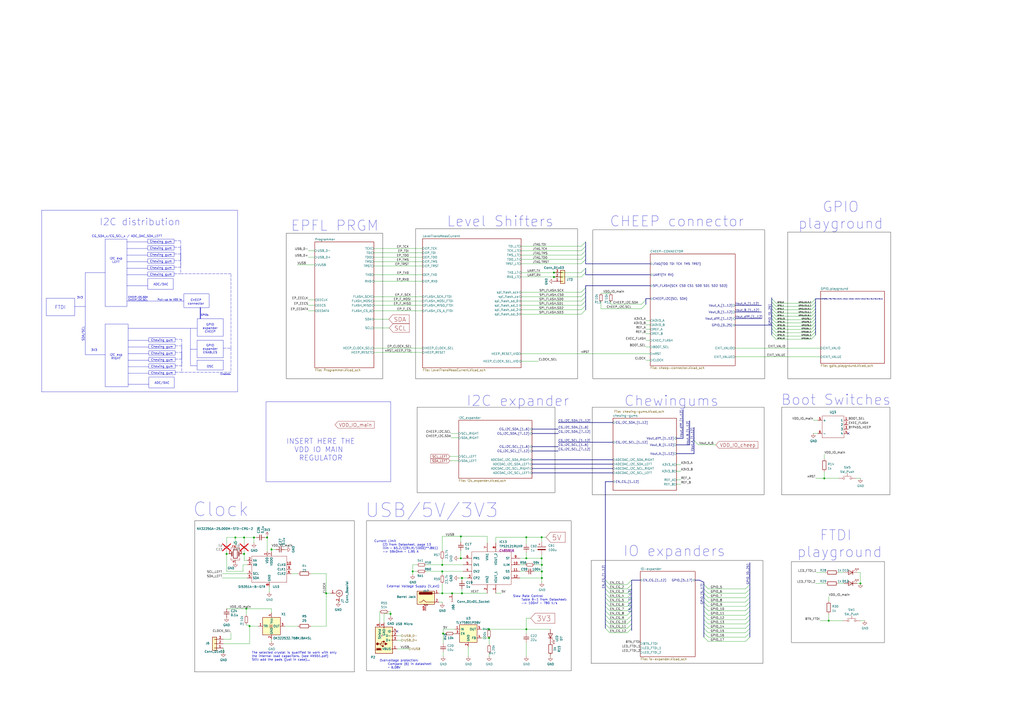
<source format=kicad_sch>
(kicad_sch (version 20231120) (generator "eeschema") (generator_version "8.0")
  (paper "A2")
  (title_block (title "Heepocrates Testing Board (HTB)") (rev "1") (company "Embedded Systems Laboratory") (comment 1 "Jose Miranda & Christoph Müller 2023"))
  (junction (at 321.31 160.655))
  (junction (at 257.048 367.538))
  (junction (at 480.695 360.045))
  (junction (at 305.308 364.998))
  (junction (at 239.395 331.47))
  (junction (at 305.308 323.85))
  (junction (at 189.23 344.17))
  (junction (at 141.605 311.785))
  (junction (at 154.94 311.785))
  (junction (at 267.97 335.28))
  (junction (at 144.78 363.22))
  (junction (at 314.325 327.66))
  (junction (at 157.48 318.77))
  (junction (at 283.718 370.078))
  (junction (at 305.308 311.658))
  (junction (at 226.568 356.108))
  (junction (at 499.11 338.455))
  (junction (at 256.54 344.17))
  (junction (at 136.525 311.785))
  (junction (at 256.54 327.66))
  (junction (at 321.31 158.115))
  (junction (at 314.198 323.85))
  (junction (at 283.718 364.998))
  (junction (at 262.255 344.17))
  (junction (at 267.335 323.85))
  (junction (at 267.335 311.15))
  (junction (at 141.605 321.31))
  (junction (at 267.97 344.17))
  (junction (at 142.875 353.06))
  (junction (at 147.32 311.785))
  (junction (at 314.325 331.47))
  (junction (at 256.54 331.47))
  (junction (at 314.198 311.658))
  (junction (at 131.445 321.31))
  (junction (at 314.325 335.28))
  (junction (at 478.155 277.495))
  (no_connect (at 492.125 251.46))
  (no_connect (at 230.378 366.268))
  (bus_entry (at 337.185 150.495) (size 2.54 -2.54))
  (bus_entry (at 447.675 184.785) (size 2.54 2.54))
  (bus_entry (at 408.305 364.49) (size 2.54 2.54))
  (bus_entry (at 447.675 188.595) (size 2.54 2.54))
  (bus_entry (at 408.305 351.79) (size 2.54 2.54))
  (bus_entry (at 351.155 344.17) (size 2.54 2.54))
  (bus_entry (at 408.305 367.03) (size 2.54 2.54))
  (bus_entry (at 447.675 182.88) (size 2.54 2.54))
  (bus_entry (at 363.855 364.49) (size 2.54 -2.54))
  (bus_entry (at 374.65 173.99) (size -2.54 2.54))
  (bus_entry (at 363.855 356.87) (size 2.54 -2.54))
  (bus_entry (at 470.535 181.61) (size 2.54 -2.54))
  (bus_entry (at 432.435 354.33) (size 2.54 -2.54))
  (bus_entry (at 351.155 359.41) (size 2.54 2.54))
  (bus_entry (at 408.305 341.63) (size 2.54 2.54))
  (bus_entry (at 408.305 344.17) (size 2.54 2.54))
  (bus_entry (at 351.155 346.71) (size 2.54 2.54))
  (bus_entry (at 470.535 193.04) (size 2.54 -2.54))
  (bus_entry (at 432.435 359.41) (size 2.54 -2.54))
  (bus_entry (at 470.535 196.85) (size 2.54 -2.54))
  (bus_entry (at 337.185 172.085) (size 2.54 -2.54))
  (bus_entry (at 432.435 344.17) (size 2.54 -2.54))
  (bus_entry (at 363.855 361.95) (size 2.54 -2.54))
  (bus_entry (at 363.855 359.41) (size 2.54 -2.54))
  (bus_entry (at 447.675 179.07) (size 2.54 2.54))
  (bus_entry (at 408.305 361.95) (size 2.54 2.54))
  (bus_entry (at 408.305 354.33) (size 2.54 2.54))
  (bus_entry (at 363.855 339.09) (size 2.54 -2.54))
  (bus_entry (at 447.675 177.165) (size 2.54 2.54))
  (bus_entry (at 363.855 354.33) (size 2.54 -2.54))
  (bus_entry (at 408.305 349.25) (size 2.54 2.54))
  (bus_entry (at 432.435 364.49) (size 2.54 -2.54))
  (bus_entry (at 447.675 180.975) (size 2.54 2.54))
  (bus_entry (at 351.155 361.95) (size 2.54 2.54))
  (bus_entry (at 363.855 349.25) (size 2.54 -2.54))
  (bus_entry (at 432.435 351.79) (size 2.54 -2.54))
  (bus_entry (at 447.675 173.355) (size 2.54 2.54))
  (bus_entry (at 351.155 351.79) (size 2.54 2.54))
  (bus_entry (at 363.855 346.71) (size 2.54 -2.54))
  (bus_entry (at 470.535 185.42) (size 2.54 -2.54))
  (bus_entry (at 432.435 369.57) (size 2.54 -2.54))
  (bus_entry (at 470.535 179.705) (size 2.54 -2.54))
  (bus_entry (at 447.675 192.405) (size 2.54 2.54))
  (bus_entry (at 408.305 359.41) (size 2.54 2.54))
  (bus_entry (at 337.185 145.415) (size 2.54 -2.54))
  (bus_entry (at 470.535 191.135) (size 2.54 -2.54))
  (bus_entry (at 337.185 147.955) (size 2.54 -2.54))
  (bus_entry (at 337.185 177.165) (size 2.54 -2.54))
  (bus_entry (at 402.59 255.524) (size 2.54 2.54))
  (bus_entry (at 470.535 175.895) (size 2.54 -2.54))
  (bus_entry (at 432.435 346.71) (size 2.54 -2.54))
  (bus_entry (at 408.305 369.57) (size 2.54 2.54))
  (bus_entry (at 351.155 356.87) (size 2.54 2.54))
  (bus_entry (at 339.725 155.575) (size -2.54 2.54))
  (bus_entry (at 337.185 153.035) (size 2.54 -2.54))
  (bus_entry (at 339.725 158.115) (size -2.54 2.54))
  (bus_entry (at 351.155 339.09) (size 2.54 2.54))
  (bus_entry (at 470.535 183.515) (size 2.54 -2.54))
  (bus_entry (at 351.155 364.49) (size 2.54 2.54))
  (bus_entry (at 432.435 341.63) (size 2.54 -2.54))
  (bus_entry (at 363.855 341.63) (size 2.54 -2.54))
  (bus_entry (at 351.155 336.55) (size 2.54 2.54))
  (bus_entry (at 337.185 174.625) (size 2.54 -2.54))
  (bus_entry (at 470.535 187.325) (size 2.54 -2.54))
  (bus_entry (at 470.535 177.8) (size 2.54 -2.54))
  (bus_entry (at 337.185 142.875) (size 2.54 -2.54))
  (bus_entry (at 447.675 194.31) (size 2.54 2.54))
  (bus_entry (at 408.305 339.09) (size 2.54 2.54))
  (bus_entry (at 432.435 356.87) (size 2.54 -2.54))
  (bus_entry (at 432.435 361.95) (size 2.54 -2.54))
  (bus_entry (at 337.185 182.245) (size 2.54 -2.54))
  (bus_entry (at 337.185 179.705) (size 2.54 -2.54))
  (bus_entry (at 363.855 367.03) (size 2.54 -2.54))
  (bus_entry (at 351.155 341.63) (size 2.54 2.54))
  (bus_entry (at 470.535 189.23) (size 2.54 -2.54))
  (bus_entry (at 351.155 354.33) (size 2.54 2.54))
  (bus_entry (at 447.675 186.69) (size 2.54 2.54))
  (bus_entry (at 470.535 194.945) (size 2.54 -2.54))
  (bus_entry (at 337.185 169.545) (size 2.54 -2.54))
  (bus_entry (at 432.435 372.11) (size 2.54 -2.54))
  (bus_entry (at 408.305 346.71) (size 2.54 2.54))
  (bus_entry (at 374.65 176.53) (size -2.54 2.54))
  (bus_entry (at 432.435 367.03) (size 2.54 -2.54))
  (bus_entry (at 447.675 175.26) (size 2.54 2.54))
  (bus_entry (at 363.855 351.79) (size 2.54 -2.54))
  (bus_entry (at 351.155 349.25) (size 2.54 2.54))
  (bus_entry (at 432.435 349.25) (size 2.54 -2.54))
  (bus_entry (at 447.675 190.5) (size 2.54 2.54))
  (bus_entry (at 408.305 356.87) (size 2.54 2.54))
  (bus_entry (at 363.855 344.17) (size 2.54 -2.54))
  (wire (pts (xy 282.575 311.15) (xy 267.335 311.15)))
  (wire (pts (xy 302.26 174.625) (xy 337.185 174.625)))
  (bus (pts (xy 447.675 190.5) (xy 447.675 192.405)))
  (wire (pts (xy 262.255 344.17) (xy 267.97 344.17)))
  (wire (pts (xy 302.26 172.085) (xy 337.185 172.085)))
  (bus (pts (xy 447.675 177.165) (xy 447.675 179.07)))
  (bus (pts (xy 339.725 172.085) (xy 339.725 174.625)))
  (wire (pts (xy 230.378 376.428) (xy 237.363 376.428)))
  (wire (pts (xy 226.568 354.838) (xy 226.568 356.108)))
  (wire (pts (xy 374.65 188.468) (xy 377.19 188.468)))
  (wire (pts (xy 302.26 177.165) (xy 337.185 177.165)))
  (polyline (pts (xy 104.775 143.51) (xy 104.775 154.94)) (stroke (width 0) (type dash)))
  (wire (pts (xy 154.94 311.15) (xy 154.94 311.785)))
  (polyline (pts (xy 73.66 147.955) (xy 85.725 147.955)))
  (bus (pts (xy 366.395 339.09) (xy 366.395 341.63)))
  (wire (pts (xy 256.54 311.15) (xy 256.54 319.405)))
  (wire (pts (xy 282.575 314.96) (xy 282.575 311.15)))
  (wire (pts (xy 353.695 367.03) (xy 363.855 367.03)))
  (wire (pts (xy 489.585 338.455) (xy 486.41 338.455)))
  (polyline (pts (xy 74.295 212.725) (xy 86.36 212.725)))
  (bus (pts (xy 339.725 147.955) (xy 339.725 150.495)))
  (wire (pts (xy 354.33 176.53) (xy 372.11 176.53)))
  (bus (pts (xy 473.075 190.5) (xy 473.075 192.405)))
  (polyline (pts (xy 74.295 222.885) (xy 86.36 222.885)))
  (wire (pts (xy 410.845 364.49) (xy 432.435 364.49)))
  (wire (pts (xy 426.466 201.93) (xy 475.996 201.93)))
  (wire (pts (xy 302.26 158.115) (xy 321.31 158.115)))
  (wire (pts (xy 257.048 367.538) (xy 257.048 373.253)))
  (wire (pts (xy 157.48 353.06) (xy 142.875 353.06)))
  (wire (pts (xy 283.718 378.968) (xy 283.718 380.873)))
  (wire (pts (xy 283.718 370.078) (xy 283.718 373.888)))
  (wire (pts (xy 478.79 332.105) (xy 473.71 332.105)))
  (wire (pts (xy 141.605 320.04) (xy 141.605 321.31)))
  (wire (pts (xy 256.54 324.485) (xy 256.54 327.66)))
  (polyline (pts (xy 73.66 159.385) (xy 85.725 159.385)))
  (polyline (pts (xy 100.965 143.51) (xy 104.775 143.51)) (stroke (width 0) (type dash)))
  (wire (pts (xy 222.758 356.108) (xy 226.568 356.108)))
  (wire (pts (xy 216.916 149.225) (xy 245.11 149.225)))
  (bus (pts (xy 351.155 279.4) (xy 355.6 279.4)))
  (bus (pts (xy 405.765 336.55) (xy 408.305 337.82)))
  (wire (pts (xy 309.88 331.47) (xy 314.325 331.47)))
  (wire (pts (xy 489.585 332.105) (xy 486.41 332.105)))
  (polyline (pts (xy 110.49 190.5) (xy 110.49 202.565)))
  (wire (pts (xy 157.48 370.84) (xy 157.48 372.11)))
  (wire (pts (xy 305.308 358.648) (xy 305.308 364.998)))
  (wire (pts (xy 267.97 344.17) (xy 282.575 344.17)))
  (wire (pts (xy 353.695 341.63) (xy 363.855 341.63)))
  (wire (pts (xy 410.845 349.25) (xy 432.435 349.25)))
  (bus (pts (xy 308.61 259.08) (xy 323.85 259.08)))
  (bus (pts (xy 339.725 169.545) (xy 339.725 172.085)))
  (wire (pts (xy 140.97 327.66) (xy 140.97 331.47)))
  (polyline (pts (xy 74.295 190.5) (xy 114.3 190.5)))
  (wire (pts (xy 263.398 367.538) (xy 264.033 367.538)))
  (bus (pts (xy 366.395 336.55) (xy 366.395 339.09)))
  (wire (pts (xy 261.62 251.46) (xy 266.065 251.46)))
  (wire (pts (xy 131.445 321.31) (xy 131.445 331.47)))
  (polyline (pts (xy 101.6 215.9) (xy 105.41 215.9)) (stroke (width 0) (type dash)))
  (polyline (pts (xy 101.6 200.66) (xy 105.41 200.66)) (stroke (width 0) (type dash)))
  (bus (pts (xy 403.225 336.55) (xy 405.765 336.55)))
  (wire (pts (xy 267.97 341.63) (xy 267.97 344.17)))
  (wire (pts (xy 256.54 331.47) (xy 256.54 333.375)))
  (bus (pts (xy 426.466 180.975) (xy 441.706 180.975)))
  (polyline (pts (xy 133.985 215.9) (xy 105.41 215.9)) (stroke (width 0) (type dash)))
  (wire (pts (xy 128.905 332.74) (xy 143.51 332.74)))
  (wire (pts (xy 497.205 332.105) (xy 499.11 332.105)))
  (wire (pts (xy 374.65 191.008) (xy 377.19 191.008)))
  (bus (pts (xy 408.305 359.41) (xy 408.305 361.95)))
  (polyline (pts (xy 73.66 174.625) (xy 85.725 174.625)))
  (wire (pts (xy 148.59 311.785) (xy 147.32 311.785)))
  (bus (pts (xy 434.975 354.33) (xy 434.975 356.87)))
  (wire (pts (xy 216.916 174.625) (xy 245.11 174.625)))
  (wire (pts (xy 216.916 163.195) (xy 245.11 163.195)))
  (wire (pts (xy 140.335 321.31) (xy 141.605 321.31)))
  (wire (pts (xy 501.65 360.045) (xy 499.11 360.045)))
  (wire (pts (xy 305.308 320.548) (xy 305.308 323.85)))
  (bus (pts (xy 366.395 359.41) (xy 366.395 361.95)))
  (wire (pts (xy 129.54 375.92) (xy 129.54 378.46)))
  (wire (pts (xy 142.875 362.585) (xy 144.78 362.585)))
  (bus (pts (xy 408.305 344.17) (xy 408.305 346.71)))
  (polyline (pts (xy 100.965 147.32) (xy 104.775 147.32)) (stroke (width 0) (type dash)))
  (wire (pts (xy 189.23 344.17) (xy 191.77 344.17)))
  (bus (pts (xy 339.725 174.625) (xy 339.725 177.165)))
  (polyline (pts (xy 49.53 158.115) (xy 49.53 175.26)))
  (wire (pts (xy 450.215 175.895) (xy 470.535 175.895)))
  (wire (pts (xy 450.215 189.23) (xy 470.535 189.23)))
  (bus (pts (xy 308.61 266.7) (xy 355.6 266.7)))
  (wire (pts (xy 353.695 351.79) (xy 363.855 351.79)))
  (bus (pts (xy 308.61 251.46) (xy 323.85 251.46)))
  (wire (pts (xy 499.11 277.495) (xy 496.57 277.495)))
  (polyline (pts (xy 101.6 204.47) (xy 105.41 204.47)) (stroke (width 0) (type dash)))
  (bus (pts (xy 473.075 179.07) (xy 473.075 180.975)))
  (bus (pts (xy 408.305 349.25) (xy 408.305 351.79)))
  (wire (pts (xy 153.67 311.785) (xy 154.94 311.785)))
  (bus (pts (xy 402.59 255.524) (xy 402.59 263.144)))
  (bus (pts (xy 434.975 356.87) (xy 434.975 359.41)))
  (polyline (pts (xy 73.66 140.335) (xy 85.725 140.335)))
  (wire (pts (xy 305.308 323.85) (xy 314.198 323.85)))
  (bus (pts (xy 447.675 192.405) (xy 447.675 194.31)))
  (wire (pts (xy 478.79 338.455) (xy 473.075 338.455)))
  (bus (pts (xy 374.65 173.99) (xy 374.65 176.53)))
  (polyline (pts (xy 110.49 202.565) (xy 110.49 212.09)))
  (bus (pts (xy 339.725 153.035) (xy 377.19 153.035)))
  (wire (pts (xy 374.65 193.548) (xy 377.19 193.548)))
  (wire (pts (xy 305.308 372.618) (xy 305.308 380.873)))
  (bus (pts (xy 447.675 172.72) (xy 447.675 173.355)))
  (bus (pts (xy 408.305 364.49) (xy 408.305 367.03)))
  (bus (pts (xy 374.65 173.228) (xy 374.65 173.99)))
  (polyline (pts (xy 74.295 201.295) (xy 86.36 201.295)))
  (bus (pts (xy 366.395 354.33) (xy 366.395 356.87)))
  (wire (pts (xy 374.65 185.928) (xy 377.19 185.928)))
  (wire (pts (xy 141.605 325.12) (xy 143.51 325.12)))
  (wire (pts (xy 302.26 179.705) (xy 337.185 179.705)))
  (wire (pts (xy 392.43 280.924) (xy 394.97 280.924)))
  (wire (pts (xy 136.525 311.785) (xy 141.605 311.785)))
  (wire (pts (xy 230.378 368.808) (xy 232.918 368.808)))
  (bus (pts (xy 339.725 145.415) (xy 339.725 147.955)))
  (polyline (pts (xy 101.6 196.85) (xy 105.41 196.85)) (stroke (width 0) (type dash)))
  (bus (pts (xy 366.395 356.87) (xy 366.395 359.41)))
  (polyline (pts (xy 104.775 147.32) (xy 104.775 158.75)) (stroke (width 0) (type dash)))
  (wire (pts (xy 374.65 197.485) (xy 377.19 197.485)))
  (wire (pts (xy 239.395 327.66) (xy 241.935 327.66)))
  (wire (pts (xy 216.916 146.685) (xy 245.11 146.685)))
  (wire (pts (xy 314.325 323.85) (xy 314.325 327.66)))
  (wire (pts (xy 302.26 169.545) (xy 337.185 169.545)))
  (bus (pts (xy 408.305 361.95) (xy 408.305 364.49)))
  (wire (pts (xy 302.26 160.655) (xy 321.31 160.655)))
  (bus (pts (xy 434.975 359.41) (xy 434.975 361.95)))
  (polyline (pts (xy 101.6 208.28) (xy 105.41 208.28)) (stroke (width 0) (type dash)))
  (wire (pts (xy 471.805 243.84) (xy 474.345 243.84)))
  (bus (pts (xy 447.675 173.355) (xy 447.675 175.26)))
  (wire (pts (xy 353.695 344.17) (xy 363.855 344.17)))
  (wire (pts (xy 374.65 208.915) (xy 377.19 208.915)))
  (bus (pts (xy 308.61 271.78) (xy 355.6 271.78)))
  (wire (pts (xy 256.54 338.455) (xy 256.54 344.17)))
  (wire (pts (xy 305.308 364.998) (xy 305.308 367.538)))
  (wire (pts (xy 353.695 359.41) (xy 363.855 359.41)))
  (bus (pts (xy 434.975 349.25) (xy 434.975 351.79)))
  (wire (pts (xy 353.695 356.87) (xy 363.855 356.87)))
  (wire (pts (xy 216.916 204.47) (xy 238.1115 204.4137)))
  (bus (pts (xy 473.075 188.595) (xy 473.075 190.5)))
  (polyline (pts (xy 73.66 151.765) (xy 85.725 151.765)))
  (wire (pts (xy 144.78 363.22) (xy 149.86 363.22)))
  (wire (pts (xy 302.26 182.245) (xy 337.185 182.245)))
  (polyline (pts (xy 101.6 212.09) (xy 105.41 212.09)) (stroke (width 0) (type dash)))
  (wire (pts (xy 128.905 335.28) (xy 143.51 335.28)))
  (wire (pts (xy 410.845 359.41) (xy 432.435 359.41)))
  (wire (pts (xy 287.655 311.658) (xy 305.308 311.658)))
  (bus (pts (xy 473.075 184.785) (xy 473.075 186.69)))
  (wire (pts (xy 410.845 372.11) (xy 432.435 372.11)))
  (wire (pts (xy 157.48 317.5) (xy 157.48 318.77)))
  (bus (pts (xy 408.305 367.03) (xy 408.305 369.57)))
  (bus (pts (xy 400.05 244.094) (xy 400.05 258.064)))
  (wire (pts (xy 450.215 185.42) (xy 470.535 185.42)))
  (wire (pts (xy 392.43 278.384) (xy 394.97 278.384)))
  (bus (pts (xy 426.466 188.595) (xy 447.675 188.595)))
  (polyline (pts (xy 73.66 165.735) (xy 85.725 165.735)))
  (bus (pts (xy 366.395 344.17) (xy 366.395 346.71)))
  (polyline (pts (xy 100.965 154.94) (xy 104.775 154.94)) (stroke (width 0) (type dash)))
  (wire (pts (xy 410.845 351.79) (xy 432.435 351.79)))
  (wire (pts (xy 157.48 355.6) (xy 157.48 353.06)))
  (bus (pts (xy 473.075 175.26) (xy 473.075 177.165)))
  (wire (pts (xy 189.23 363.22) (xy 180.34 363.22)))
  (wire (pts (xy 426.466 207.01) (xy 475.996 207.01)))
  (wire (pts (xy 450.215 196.85) (xy 470.535 196.85)))
  (wire (pts (xy 172.466 153.67) (xy 182.626 153.67)))
  (wire (pts (xy 266.065 335.28) (xy 267.97 335.28)))
  (bus (pts (xy 366.395 341.63) (xy 366.395 344.17)))
  (wire (pts (xy 268.605 331.47) (xy 256.54 331.47)))
  (bus (pts (xy 339.725 159.385) (xy 377.19 159.385)))
  (wire (pts (xy 216.916 144.145) (xy 245.11 144.145)))
  (wire (pts (xy 314.325 337.82) (xy 314.325 335.28)))
  (polyline (pts (xy 105.41 200.66) (xy 105.41 212.09)) (stroke (width 0) (type dash)))
  (polyline (pts (xy 49.53 175.26) (xy 49.53 205.74)))
  (wire (pts (xy 254.635 344.17) (xy 256.54 344.17)))
  (wire (pts (xy 239.395 331.47) (xy 241.935 331.47)))
  (polyline (pts (xy 133.985 201.93) (xy 133.985 158.75)) (stroke (width 0) (type dash)))
  (wire (pts (xy 247.015 327.66) (xy 256.54 327.66)))
  (wire (pts (xy 410.845 344.17) (xy 432.435 344.17)))
  (wire (pts (xy 290.83 344.17) (xy 287.655 344.17)))
  (wire (pts (xy 141.605 311.785) (xy 141.605 314.96)))
  (polyline (pts (xy 129.54 201.93) (xy 133.985 201.93)) (stroke (width 0) (type dash)))
  (wire (pts (xy 475.615 360.045) (xy 480.695 360.045)))
  (wire (pts (xy 410.845 354.33) (xy 432.435 354.33)))
  (wire (pts (xy 256.54 344.17) (xy 262.255 344.17)))
  (wire (pts (xy 257.048 364.998) (xy 264.033 364.998)))
  (wire (pts (xy 154.94 311.785) (xy 154.94 320.04)))
  (bus (pts (xy 408.305 346.71) (xy 408.305 349.25)))
  (wire (pts (xy 142.875 361.95) (xy 142.875 362.585)))
  (bus (pts (xy 396.24 237.744) (xy 396.24 254.254)))
  (wire (pts (xy 314.325 331.47) (xy 314.325 327.66)))
  (wire (pts (xy 314.198 323.85) (xy 314.325 323.85)))
  (wire (pts (xy 353.695 364.49) (xy 363.855 364.49)))
  (bus (pts (xy 392.43 258.064) (xy 400.05 258.064)))
  (bus (pts (xy 339.725 158.115) (xy 339.725 159.385)))
  (bus (pts (xy 473.075 182.88) (xy 473.075 184.785)))
  (wire (pts (xy 267.335 311.15) (xy 267.335 314.325)))
  (wire (pts (xy 314.198 311.658) (xy 314.198 314.198)))
  (wire (pts (xy 157.48 318.77) (xy 157.48 320.04)))
  (wire (pts (xy 287.655 311.658) (xy 287.655 314.96)))
  (wire (pts (xy 216.916 151.765) (xy 245.11 151.765)))
  (wire (pts (xy 497.205 338.455) (xy 499.11 338.455)))
  (wire (pts (xy 267.97 335.28) (xy 267.97 336.55)))
  (polyline (pts (xy 49.53 158.115) (xy 60.96 158.115)))
  (wire (pts (xy 247.015 331.47) (xy 256.54 331.47)))
  (wire (pts (xy 478.155 263.525) (xy 478.155 266.065)))
  (wire (pts (xy 156.21 340.36) (xy 156.21 343.535)))
  (bus (pts (xy 339.725 165.735) (xy 339.725 167.005)))
  (bus (pts (xy 351.155 349.25) (xy 351.155 351.79)))
  (wire (pts (xy 216.916 201.93) (xy 245.11 201.93)))
  (bus (pts (xy 434.975 341.63) (xy 434.975 344.17)))
  (bus (pts (xy 408.305 354.33) (xy 408.305 356.87)))
  (bus (pts (xy 366.395 351.79) (xy 366.395 354.33)))
  (wire (pts (xy 321.31 160.655) (xy 337.185 160.655)))
  (bus (pts (xy 473.075 173.355) (xy 475.996 173.355)))
  (wire (pts (xy 216.916 154.305) (xy 245.11 154.305)))
  (wire (pts (xy 239.395 327.66) (xy 239.395 331.47)))
  (wire (pts (xy 307.848 358.648) (xy 305.308 358.648)))
  (bus (pts (xy 447.675 175.26) (xy 447.675 177.165)))
  (bus (pts (xy 392.43 254.254) (xy 396.24 254.254)))
  (bus (pts (xy 408.305 337.82) (xy 408.305 339.09)))
  (bus (pts (xy 426.466 184.785) (xy 441.706 184.785)))
  (wire (pts (xy 348.615 175.26) (xy 348.615 179.07)))
  (bus (pts (xy 366.395 364.49) (xy 366.395 365.76)))
  (polyline (pts (xy 73.66 144.145) (xy 85.725 144.145)))
  (wire (pts (xy 279.273 364.998) (xy 283.718 364.998)))
  (bus (pts (xy 447.675 182.88) (xy 447.675 184.785)))
  (bus (pts (xy 402.59 247.904) (xy 402.59 255.524)))
  (wire (pts (xy 410.845 367.03) (xy 432.435 367.03)))
  (polyline (pts (xy 74.295 205.105) (xy 86.36 205.105)))
  (bus (pts (xy 447.675 184.785) (xy 447.675 186.69)))
  (wire (pts (xy 225.298 354.838) (xy 226.568 354.838)))
  (bus (pts (xy 351.155 361.95) (xy 351.155 364.49)))
  (wire (pts (xy 486.41 277.495) (xy 478.155 277.495)))
  (wire (pts (xy 165.1 318.77) (xy 165.735 318.77)))
  (bus (pts (xy 434.975 361.95) (xy 434.975 364.49)))
  (bus (pts (xy 323.85 245.11) (xy 355.6 245.11)))
  (bus (pts (xy 473.075 186.69) (xy 473.075 188.595)))
  (polyline (pts (xy 105.41 204.47) (xy 105.41 215.9)) (stroke (width 0) (type dash)))
  (bus (pts (xy 473.075 177.165) (xy 473.075 179.07)))
  (polyline (pts (xy 85.725 174.625) (xy 106.68 174.625)))
  (wire (pts (xy 302.26 205.232) (xy 377.19 205.232)))
  (wire (pts (xy 267.335 311.15) (xy 256.54 311.15)))
  (wire (pts (xy 392.43 269.494) (xy 394.97 269.494)))
  (wire (pts (xy 302.26 209.55) (xy 312.42 209.55)))
  (wire (pts (xy 314.325 335.28) (xy 314.325 331.47)))
  (bus (pts (xy 408.305 351.79) (xy 408.305 354.33)))
  (wire (pts (xy 450.215 181.61) (xy 470.535 181.61)))
  (wire (pts (xy 189.23 332.74) (xy 189.23 344.17)))
  (wire (pts (xy 256.54 349.25) (xy 254.635 349.25)))
  (wire (pts (xy 353.695 349.25) (xy 363.855 349.25)))
  (polyline (pts (xy 133.985 201.93) (xy 133.985 215.9)) (stroke (width 0) (type dash)))
  (bus (pts (xy 339.725 177.165) (xy 339.725 179.705)))
  (wire (pts (xy 374.65 201.295) (xy 377.19 201.295)))
  (wire (pts (xy 178.816 149.225) (xy 182.626 149.225)))
  (polyline (pts (xy 74.295 216.535) (xy 86.36 216.535)))
  (polyline (pts (xy 100.965 158.75) (xy 104.775 158.75)) (stroke (width 0) (type dash)))
  (wire (pts (xy 392.43 273.304) (xy 394.97 273.304)))
  (bus (pts (xy 308.61 274.32) (xy 355.6 274.32)))
  (wire (pts (xy 131.445 311.785) (xy 136.525 311.785)))
  (bus (pts (xy 351.155 356.87) (xy 351.155 359.41)))
  (polyline (pts (xy 110.49 202.565) (xy 114.3 202.565)))
  (wire (pts (xy 283.718 364.998) (xy 305.308 364.998)))
  (wire (pts (xy 140.97 331.47) (xy 131.445 331.47)))
  (wire (pts (xy 410.845 341.63) (xy 432.435 341.63)))
  (bus (pts (xy 447.675 188.595) (xy 447.675 190.5)))
  (wire (pts (xy 238.1115 204.4137) (xy 245.11 204.47)))
  (wire (pts (xy 410.845 356.87) (xy 432.435 356.87)))
  (wire (pts (xy 216.916 190.246) (xy 225.806 190.246)))
  (wire (pts (xy 178.816 173.99) (xy 182.626 173.99)))
  (wire (pts (xy 319.278 380.238) (xy 319.278 380.873)))
  (bus (pts (xy 434.975 351.79) (xy 434.975 354.33)))
  (wire (pts (xy 129.54 370.84) (xy 133.985 370.84)))
  (wire (pts (xy 473.075 277.495) (xy 478.155 277.495)))
  (wire (pts (xy 353.695 346.71) (xy 363.855 346.71)))
  (wire (pts (xy 178.816 180.34) (xy 182.626 180.34)))
  (wire (pts (xy 302.26 150.495) (xy 337.185 150.495)))
  (polyline (pts (xy 110.49 212.09) (xy 114.3 212.09)))
  (bus (pts (xy 366.395 346.71) (xy 366.395 349.25)))
  (wire (pts (xy 196.85 349.25) (xy 196.215 349.25)))
  (bus (pts (xy 434.975 344.17) (xy 434.975 346.71)))
  (wire (pts (xy 302.26 145.415) (xy 337.185 145.415)))
  (wire (pts (xy 230.378 371.348) (xy 232.918 371.348)))
  (wire (pts (xy 309.88 327.66) (xy 314.325 327.66)))
  (wire (pts (xy 450.215 191.135) (xy 470.535 191.135)))
  (wire (pts (xy 131.445 353.06) (xy 142.875 353.06)))
  (wire (pts (xy 348.615 179.07) (xy 372.11 179.07)))
  (wire (pts (xy 480.695 346.075) (xy 480.695 348.615)))
  (wire (pts (xy 257.048 364.998) (xy 257.048 367.538)))
  (wire (pts (xy 144.78 362.585) (xy 144.78 363.22)))
  (wire (pts (xy 216.916 159.385) (xy 245.11 159.385)))
  (bus (pts (xy 473.075 173.355) (xy 473.075 175.26)))
  (wire (pts (xy 257.048 367.538) (xy 258.318 367.538)))
  (wire (pts (xy 238.76 204.4137) (xy 238.1115 204.4137)))
  (bus (pts (xy 408.305 356.87) (xy 408.305 359.41)))
  (wire (pts (xy 267.335 323.85) (xy 268.605 323.85)))
  (wire (pts (xy 238.76 204.47) (xy 238.76 204.4137)))
  (bus (pts (xy 351.155 339.09) (xy 351.155 341.63)))
  (bus (pts (xy 447.675 186.69) (xy 447.675 188.595)))
  (polyline (pts (xy 105.41 196.85) (xy 105.41 208.28)) (stroke (width 0) (type dash)))
  (wire (pts (xy 216.916 185.166) (xy 225.552 185.166)))
  (bus (pts (xy 323.85 256.54) (xy 355.6 256.54)))
  (wire (pts (xy 302.26 153.035) (xy 337.185 153.035)))
  (polyline (pts (xy 100.965 151.13) (xy 104.775 151.13)) (stroke (width 0) (type dash)))
  (wire (pts (xy 216.916 180.34) (xy 245.11 180.34)))
  (polyline (pts (xy 104.775 139.7) (xy 104.775 151.13)) (stroke (width 0) (type dash)))
  (bus (pts (xy 434.975 339.09) (xy 434.975 341.63)))
  (bus (pts (xy 447.675 179.07) (xy 447.675 180.975)))
  (bus (pts (xy 351.155 344.17) (xy 351.155 346.71)))
  (wire (pts (xy 178.816 145.415) (xy 182.626 145.415)))
  (wire (pts (xy 144.78 373.38) (xy 129.54 373.38)))
  (wire (pts (xy 353.695 361.95) (xy 363.855 361.95)))
  (wire (pts (xy 450.215 187.325) (xy 470.535 187.325)))
  (wire (pts (xy 147.32 314.96) (xy 147.32 311.785)))
  (polyline (pts (xy 49.53 205.74) (xy 60.96 205.74)))
  (bus (pts (xy 308.61 261.62) (xy 323.85 261.62)))
  (wire (pts (xy 450.215 183.515) (xy 470.535 183.515)))
  (bus (pts (xy 426.466 177.165) (xy 441.706 177.165)))
  (wire (pts (xy 220.218 354.838) (xy 220.218 361.188)))
  (wire (pts (xy 141.605 321.31) (xy 141.605 325.12)))
  (wire (pts (xy 216.916 177.165) (xy 245.11 177.165)))
  (wire (pts (xy 268.605 327.66) (xy 256.54 327.66)))
  (wire (pts (xy 131.445 320.04) (xy 131.445 321.31)))
  (bus (pts (xy 447.675 180.975) (xy 447.675 182.88)))
  (wire (pts (xy 450.215 177.8) (xy 470.535 177.8)))
  (bus (pts (xy 392.43 263.144) (xy 402.59 263.144)))
  (wire (pts (xy 314.198 321.818) (xy 314.198 323.85)))
  (bus (pts (xy 351.155 354.33) (xy 351.155 356.87)))
  (wire (pts (xy 353.695 354.33) (xy 363.855 354.33)))
  (bus (pts (xy 351.155 346.71) (xy 351.155 349.25)))
  (wire (pts (xy 305.308 311.658) (xy 314.198 311.658)))
  (wire (pts (xy 178.816 177.165) (xy 182.626 177.165)))
  (polyline (pts (xy 74.295 208.915) (xy 86.36 208.915)))
  (wire (pts (xy 256.54 349.25) (xy 256.54 349.885)))
  (wire (pts (xy 266.065 323.85) (xy 267.335 323.85)))
  (polyline (pts (xy 74.295 197.485) (xy 86.36 197.485)))
  (wire (pts (xy 189.23 344.17) (xy 189.23 363.22)))
  (wire (pts (xy 267.97 335.28) (xy 271.145 335.28)))
  (polyline (pts (xy 100.965 139.7) (xy 104.775 139.7)) (stroke (width 0) (type dash)))
  (bus (pts (xy 434.975 364.49) (xy 434.975 367.03)))
  (wire (pts (xy 488.95 360.045) (xy 480.695 360.045)))
  (polyline (pts (xy 116.205 178.435) (xy 116.205 184.785)) (stroke (width 0.4) (type solid)))
  (polyline (pts (xy 73.66 155.575) (xy 85.725 155.575)))
  (wire (pts (xy 141.605 311.785) (xy 147.32 311.785)))
  (bus (pts (xy 339.725 142.875) (xy 339.725 145.415)))
  (wire (pts (xy 239.395 331.47) (xy 239.395 333.375)))
  (wire (pts (xy 301.625 331.47) (xy 304.8 331.47)))
  (wire (pts (xy 316.738 311.658) (xy 314.198 311.658)))
  (wire (pts (xy 304.8 327.66) (xy 301.625 327.66)))
  (wire (pts (xy 136.525 311.785) (xy 136.525 316.23)))
  (bus (pts (xy 339.725 167.005) (xy 339.725 169.545)))
  (bus (pts (xy 473.075 180.975) (xy 473.075 182.88)))
  (bus (pts (xy 351.155 341.63) (xy 351.155 344.17)))
  (wire (pts (xy 353.695 339.09) (xy 363.855 339.09)))
  (wire (pts (xy 305.308 311.658) (xy 305.308 315.468)))
  (wire (pts (xy 471.805 251.46) (xy 474.345 251.46)))
  (wire (pts (xy 480.695 356.235) (xy 480.695 360.045)))
  (wire (pts (xy 450.215 193.04) (xy 470.535 193.04)))
  (wire (pts (xy 165.1 363.22) (xy 172.72 363.22)))
  (wire (pts (xy 321.31 158.115) (xy 337.185 158.115)))
  (bus (pts (xy 351.155 359.41) (xy 351.155 361.95)))
  (wire (pts (xy 354.33 176.53) (xy 354.33 175.26)))
  (wire (pts (xy 168.91 332.74) (xy 172.72 332.74)))
  (wire (pts (xy 450.215 179.705) (xy 470.535 179.705)))
  (wire (pts (xy 450.215 194.945) (xy 470.535 194.945)))
  (bus (pts (xy 366.395 361.95) (xy 366.395 364.49)))
  (bus (pts (xy 339.725 155.575) (xy 339.725 158.115)))
  (bus (pts (xy 434.975 367.03) (xy 434.975 369.57)))
  (wire (pts (xy 301.625 323.85) (xy 305.308 323.85)))
  (bus (pts (xy 339.725 153.035) (xy 339.725 150.495)))
  (bus (pts (xy 434.975 346.71) (xy 434.975 349.25)))
  (bus (pts (xy 308.61 248.92) (xy 323.85 248.92)))
  (wire (pts (xy 216.916 172.085) (xy 245.11 172.085)))
  (polyline (pts (xy 133.985 158.75) (xy 104.775 158.75)) (stroke (width 0) (type dash)))
  (wire (pts (xy 410.845 361.95) (xy 432.435 361.95)))
  (wire (pts (xy 261.62 254) (xy 266.065 254)))
  (bus (pts (xy 366.395 349.25) (xy 366.395 351.79)))
  (bus (pts (xy 371.475 336.55) (xy 366.395 336.55)))
  (bus (pts (xy 339.725 165.735) (xy 377.19 165.735)))
  (wire (pts (xy 160.02 318.77) (xy 157.48 318.77)))
  (wire (pts (xy 257.048 378.333) (xy 257.048 380.873)))
  (wire (pts (xy 131.445 321.31) (xy 132.715 321.31)))
  (wire (pts (xy 410.845 369.57) (xy 432.435 369.57)))
  (wire (pts (xy 260.985 267.335) (xy 266.065 267.335)))
  (bus (pts (xy 408.305 339.09) (xy 408.305 341.63)))
  (wire (pts (xy 305.308 364.998) (xy 319.278 364.998)))
  (wire (pts (xy 410.845 346.71) (xy 432.435 346.71)))
  (wire (pts (xy 142.875 353.06) (xy 142.875 356.87)))
  (wire (pts (xy 301.625 335.28) (xy 314.325 335.28)))
  (wire (pts (xy 143.51 327.66) (xy 140.97 327.66)))
  (bus (pts (xy 339.725 140.335) (xy 339.725 142.875)))
  (wire (pts (xy 405.13 258.064) (xy 415.29 258.064)))
  (wire (pts (xy 222.758 361.188) (xy 222.758 356.108)))
  (bus (pts (xy 308.61 269.24) (xy 355.6 269.24)))
  (wire (pts (xy 144.78 363.22) (xy 144.78 373.38)))
  (wire (pts (xy 267.335 319.405) (xy 267.335 323.85)))
  (wire (pts (xy 271.653 380.873) (xy 271.653 375.158)))
  (wire (pts (xy 180.34 332.74) (xy 189.23 332.74)))
  (bus (pts (xy 351.155 279.4) (xy 351.155 336.55)))
  (wire (pts (xy 302.26 142.875) (xy 337.185 142.875)))
  (wire (pts (xy 478.155 273.685) (xy 478.155 277.495)))
  (bus (pts (xy 434.975 326.39) (xy 434.975 339.09)))
  (bus (pts (xy 408.305 341.63) (xy 408.305 344.17)))
  (wire (pts (xy 260.985 264.795) (xy 266.065 264.795)))
  (wire (pts (xy 226.568 356.108) (xy 226.568 357.378)))
  (bus (pts (xy 374.65 173.228) (xy 377.19 173.228)))
  (wire (pts (xy 279.273 370.078) (xy 283.718 370.078)))
  (wire (pts (xy 133.985 367.03) (xy 133.985 370.84)))
  (bus (pts (xy 351.155 336.55) (xy 351.155 339.09)))
  (wire (pts (xy 348.615 170.18) (xy 354.33 170.18)))
  (polyline (pts (xy 43.18 177.8) (xy 49.53 177.8)))
  (wire (pts (xy 499.11 332.105) (xy 499.11 338.455)))
  (wire (pts (xy 131.445 311.785) (xy 131.445 314.96)))
  (bus (pts (xy 351.155 351.79) (xy 351.155 354.33)))
  (bus (pts (xy 473.075 192.405) (xy 473.075 194.31)))
  (wire (pts (xy 302.26 147.955) (xy 337.185 147.955)))
  (rectangle (start 85.725 153.924) (end 100.965 156.464))
  (rectangle (start 456.946 134.62) (end 516.636 219.71) (stroke (width 0) (color 0 0 0 1)))
  (rectangle (start 166.116 135.255) (end 221.996 219.71) (stroke (width 0) (color 0 0 0 1)))
  (rectangle (start 343.916 133.35) (end 443.611 219.71) (stroke (width 0) (color 0 0 0 1)))
  (rectangle (start 106.68 170.434) (end 121.285 178.435))
  (rectangle (start 342.9 325.12) (end 442.595 384.81) (stroke (width 0) (color 0 0 0 1)))
  (rectangle (start 112.903 302.133) (end 205.613 389.763) (stroke (width 0) (color 0 0 0 1)))
  (rectangle (start 114.3 197.358) (end 129.54 207.518))
  (rectangle (start 26.797 172.974) (end 43.307 183.134))
  (rectangle (start 86.36 199.644) (end 101.6 202.184))
  (rectangle (start 85.725 161.544) (end 100.457 167.894))
  (rectangle (start 85.725 142.494) (end 100.965 145.034))
  (rectangle (start 60.96 138.684) (end 73.66 177.8))
  (rectangle (start 86.36 195.834) (end 101.6 198.374))
  (rectangle (start 241.935 236.22) (end 321.945 285.75) (stroke (width 0) (color 0 0 0 1)))
  (rectangle (start 86.36 218.694) (end 101.092 225.044))
  (rectangle (start 86.36 214.884) (end 101.6 217.424))
  (rectangle (start 154.305 233.045) (end 226.695 279.4))
  (rectangle (start 85.725 157.734) (end 100.965 160.274))
  (rectangle (start 85.725 146.304) (end 100.965 148.844))
  (rectangle (start 86.36 207.264) (end 101.6 209.804))
  (rectangle (start 453.39 236.22) (end 516.255 287.02) (stroke (width 0) (color 0 0 0 1)))
  (rectangle (start 60.96 187.96) (end 74.295 224.282))
  (rectangle (start 241.046 132.715) (end 335.026 219.71) (stroke (width 0) (color 0 0 0 1)))
  (rectangle (start 86.36 203.454) (end 101.6 205.994))
  (rectangle (start 24.13 121.92) (end 137.795 227.33))
  (rectangle (start 85.725 150.114) (end 100.965 152.654))
  (rectangle (start 212.598 302.133) (end 331.343 389.128) (stroke (width 0) (color 0 0 0 1)))
  (rectangle (start 85.725 138.684) (end 100.965 141.224))
  (rectangle (start 459.105 325.755) (end 513.08 372.745) (stroke (width 0) (color 0 0 0 1)))
  (rectangle (start 114.3 208.915) (end 129.54 214.63))
  (rectangle (start 86.36 211.074) (end 101.6 213.614))
  (rectangle (start 114.427 184.912) (end 129.54 195.072))
  (rectangle (start 343.535 236.22) (end 443.23 287.02) (stroke (width 0) (color 0 0 0 1)))
  (text "EPFL PRGM" (at 219.71 134.62 0) (effects (font (size 6 6)) (justify right bottom)))
  (text "ToDos:" (at 624.078 165.1 0) (effects (font (size 5 5) (thickness 1) (bold yes))))
  (text "Slew Rate Control\n	Table 9-1 from Datasheet:\n	-> 100nF ~ 780 V/s" (at 297.561 350.774 0) (effects (font (size 1.27 1.27)) (justify left bottom)))
  (text "I2C distribution" (at 81.28 128.905 0) (effects (font (size 4 4))))
  (text "I2C how to distribute?" (at 613.918 190.5 0) (effects (font (size 3 3)) (justify left)))
  (text "Boot Switches" (at 516.89 235.585 0) (effects (font (size 6 6)) (justify right bottom)))
  (text "CHEEP connector" (at 431.8 132.08 0) (effects (font (size 6 6)) (justify right bottom)))
  (text "ADC/DAC" (at 93.98 222.25 0) (effects (font (size 1.27 1.27))))
  (text "Chewing gum" (at 93.98 208.915 0) (effects (font (size 1.27 1.27))))
  (text "CHEEP\nconnector" (at 113.665 175.26 0) (effects (font (size 1.27 1.27))))
  (text "Chewing gum" (at 93.98 212.725 0) (effects (font (size 1.27 1.27))))
  (text "Run DRC on boards" (at 612.648 173.228 0) (effects (font (size 3 3)) (justify left)))
  (text "Chewing gum" (at 93.98 205.105 0) (effects (font (size 1.27 1.27))))
  (text "Check supply voltages are right (3V3, VDD IO main or VDD IO cheep)" (at 613.41 302.26 0) (effects (font (size 3 3)) (justify left top)))
  (text "Clock" (at 111.76 300.355 0) (effects (font (size 8 8)) (justify left bottom)))
  (text "SDA/SCL" (at 48.26 193.675 90) (effects (font (size 1.27 1.27))))
  (text "I2C expander" (at 270.51 236.22 0) (effects (font (size 6 6)) (justify left bottom)))
  (text "Chewing gum" (at 93.98 197.485 0) (effects (font (size 1.27 1.27))))
  (text "CG_SDA_x/CG_SCL_x / ADC_DAC_SDA_LEFT" (at 73.66 137.16 0) (effects (font (size 1.27 1.27))))
  (text "Select the right part(color)/footprint for LEDs (GPIO playground)" (at 613.664 258.572 0) (effects (font (size 3 3)) (justify left top)))
  (text "What is connected to pad 11 of U10 (IC on the clock generation)" (at 613.664 276.86 0) (effects (font (size 3 3)) (justify left top)))
  (text "Chewing gum" (at 93.345 144.145 0) (effects (font (size 1.27 1.27))))
  (text "Impedance matching of USB D+-" (at 613.664 288.798 0) (effects (font (size 3 3)) (justify left top)))
  (text "The selected crystal is qualified to work with only \nthe internal load capacitors. (see AN551.pdf) \nStill add the pads (just in case)..." (at 146.05 383.54 0) (effects (font (size 1.27 1.27)) (justify left bottom)))
  (text "Chewing gum" (at 93.345 140.335 0) (effects (font (size 1.27 1.27))))
  (text "Overvoltage protection:\n	Compare (6) in datasheet\n	~ 6.08V" (at 220.218 388.112 0) (effects (font (size 1.27 1.27)) (justify left bottom)))
  (text "GPIOs" (at 118.745 182.88 0) (effects (font (size 1 1))))
  (text "IO expanders" (at 420.878 323.342 0) (effects (font (size 6 6)) (justify right bottom)))
  (text "Add pushbuttons and switches connected to GPIOs on the cheep connector" (at 614.172 231.902 0) (effects (font (size 3 3)) (justify left top)))
  (text "HEEP bypass -> connect to CHEEP connector" (at 613.156 181.61 0) (effects (font (size 3 3)) (justify left)))
  (text "Current Limit\n	(2) from Datasheet, page 13\n	Ilim ~ 65.2/((RILM/1000)**.861) \n	-> 59kOhm ~ 1.95 A " (at 217.043 320.929 0) (effects (font (size 1.27 1.27)) (justify left bottom)))
  (text "External Voltage Supply (V_ext)\n" (at 224.155 340.995 0) (effects (font (size 1.27 1.27)) (justify left bottom)))
  (text "OSC" (at 121.92 212.725 0) (effects (font (size 1.27 1.27))))
  (text "Select the right part/footprint for Logic gates (GPIO playground)\nThere is one we could repeat/take similar in the programmer sheet" (at 613.918 241.3 0) (effects (font (size 3 3)) (justify left top)))
  (text "Increase the hole size for the bananas\n(this is nothing sexual, it's that the \nhole size for the connectors is not the\nright standard)" (at 614.426 207.01 0) (effects (font (size 3 3)) (justify left top)))
  (text "What to do with exit valid/value: LEDs through two mos?" (at 614.172 200.914 0) (effects (font (size 3 3)) (justify left)))
  (text "ADC/DAC" (at 93.345 165.1 0) (effects (font (size 1.27 1.27))))
  (text "CHEEP_I2C.SDA\nCHEEP_I2C.SCL" (at 80.01 173.355 0) (effects (font (size 1 1))))
  (text "USB/5V/3V3" (at 211.709 300.863 0) (effects (font (size 8 8)) (justify left bottom)))
  (text "I2C exp\nLEFT" (at 67.31 151.13 0) (effects (font (size 1.27 1.27))))
  (text "FTDI" (at 34.925 178.435 0) (effects (font (size 2 2))))
  (text "Chewing gum" (at 93.345 147.955 0) (effects (font (size 1.27 1.27))))
  (text "Chewing gum" (at 93.98 216.535 0) (effects (font (size 1.27 1.27))))
  (text "GPIO\nexpander\nENABLES" (at 121.92 202.565 0) (effects (font (size 1.27 1.27))))
  (text "Level Shifters" (at 259.08 132.08 0) (effects (font (size 6 6)) (justify left bottom)))
  (text "Pull-up to VDD io" (at 98.425 173.99 0) (effects (font (size 1 1))))
  (text "INSERT HERE THE\nVDD IO MAIN \nREGULATOR" (at 186.055 260.985 0) (effects (font (size 3 3))))
  (text "GPIO\nplayground" (at 487.68 133.35 0) (effects (font (size 6 6)) (justify bottom)))
  (text "FTDI \nplayground" (at 487.045 323.85 0) (effects (font (size 6 6)) (justify bottom)))
  (text "Enables\n" (at 130.81 217.17 0) (effects (font (size 1 1))))
  (text "3V3" (at 54.61 203.2 0) (effects (font (size 1.27 1.27))))
  (text "3V3" (at 46.355 172.72 0) (effects (font (size 1.27 1.27))))
  (text "Chewing gum" (at 93.345 151.765 0) (effects (font (size 1.27 1.27))))
  (text "Chewingums" (at 361.95 236.22 0) (effects (font (size 6 6)) (justify left bottom)))
  (text "Chewing gum" (at 93.345 159.385 0) (effects (font (size 1.27 1.27))))
  (text "I2C exp\nRIGHT" (at 67.31 207.01 0) (effects (font (size 1.27 1.27))))
  (text "Chewing gum" (at 93.345 155.575 0) (effects (font (size 1.27 1.27))))
  (text "Chewing gum" (at 93.98 201.295 0) (effects (font (size 1.27 1.27))))
  (text "GPIO\nexpander\nCHEEP" (at 121.92 190.5 0) (effects (font (size 1.27 1.27))))
  (label "GPIO_[5..17]" (at 408.305 350.52 90))
  (label "VDD_IO_main" (at 471.805 243.84 180))
  (label "USB_D+" (at 178.816 149.225 180))
  (label "CG_I2C_SDA_[1..6]" (at 323.85 248.92 0))
  (label "CHEEP_I2C.SDA" (at 261.62 254 180))
  (label "BOOT_SEL" (at 374.65 201.295 180))
  (label "Vout_diff_[1..12]" (at 396.24 237.744 270))
  (label "CG_I2C_SCL_[1..6]" (at 323.85 259.08 0))
  (label "EP_TMS" (at 237.236 151.765 180))
  (label "GPIO_20" (at 450.85 193.04 0) (effects (font (size 0.7 0.7))))
  (label "USB_D-" (at 178.816 145.415 180))
  (label "GPIO.SW_4" (at 470.535 196.85 180) (effects (font (size 0.7 0.7))))
  (label "SDA_LEFT" (at 128.905 335.28 180))
  (label "VUSB" (at 232.283 376.428 0))
  (label "GPIO.PB_1" (at 470.535 185.42 180) (effects (font (size 0.7 0.7))))
  (label "A3V3_B" (at 394.97 273.304 0))
  (label "GPIO_24" (at 450.85 187.325 0) (effects (font (size 0.7 0.7))))
  (label "CLOCK_SEL" (at 133.985 367.03 180))
  (label "GPIO_9" (at 412.115 351.79 0))
  (label "GPIO_1" (at 450.85 177.8 0) (effects (font (size 0.7 0.7))))
  (label "REF_B" (at 394.97 280.924 0))
  (label "EP_RX0" (at 237.236 163.195 180))
  (label "UART.TX" (at 305.816 158.115 0))
  (label "Vout_A_[1..12]" (at 426.466 177.165 0))
  (label "VUSB" (at 258.445 311.15 0))
  (label "A3V3_A" (at 374.65 185.928 180))
  (label "VDD_IO_main" (at 478.155 263.525 0))
  (label "JTAG.TRST" (at 308.991 153.035 0))
  (label "EP_EECS" (at 178.816 177.165 180))
  (label "EP_F_MOSI" (at 238.506 174.625 180))
  (label "EP_F_CS" (at 238.506 180.34 180))
  (label "GPIO_4" (at 450.85 183.515 0) (effects (font (size 0.7 0.7))))
  (label "Vout_B_[1..12]" (at 400.05 244.094 270))
  (label "VDD_IO_main" (at 480.695 346.075 0))
  (label "GPIO_23" (at 450.85 185.42 0) (effects (font (size 0.7 0.7))))
  (label "VUSB" (at 172.466 153.67 0))
  (label "REF_B" (at 374.65 193.548 180))
  (label "EP_TDO" (at 237.236 149.225 180))
  (label "GPIO.PB_2" (at 470.535 187.325 180) (effects (font (size 0.7 0.7))))
  (label "EN_CG_[1..12]" (at 366.395 341.63 270))
  (label "Vout_B_[1..12]" (at 426.466 180.975 0))
  (label "GPIO_5" (at 412.115 341.63 0))
  (label "CG_I2C_SCL_[1..12]" (at 323.85 256.54 0))
  (label "GPIO_7" (at 412.115 346.71 0))
  (label "GPIO_3" (at 450.85 181.61 0) (effects (font (size 0.7 0.7))))
  (label "GPIO.SW_2" (at 470.535 193.04 180) (effects (font (size 0.7 0.7))))
  (label "UART.RX" (at 305.816 160.655 0))
  (label "GPIO_8" (at 412.115 349.25 0))
  (label "LED_FTDI_1" (at 473.71 332.105 180))
  (label "GPIO_17" (at 412.115 372.11 0))
  (label "EN_CG_3" (at 353.695 344.17 0))
  (label "GPIO_[0..25]" (at 447.675 188.595 90))
  (label "EP_TX0" (at 237.236 159.385 180))
  (label "EXIT_VALID" (at 455.676 201.93 180))
  (label "EP_F_MISO" (at 238.506 177.165 180))
  (label "GPIO.LED_R_1" (at 470.535 179.705 180) (effects (font (size 0.7 0.7))))
  (label "EN_CG_12" (at 353.695 367.03 0))
  (label "SCL_LEFT" (at 128.905 332.74 180))
  (label "VDD_IO_main" (at 349.885 170.18 0))
  (label "EN_CG_4" (at 353.695 346.71 0))
  (label "GPIO_[0..25]" (at 434.975 339.09 90))
  (label "GPIO_19" (at 450.85 191.135 0) (effects (font (size 0.7 0.7))))
  (label "JTAG.TMS" (at 308.991 147.955 0))
  (label "EN_CG_6" (at 353.695 351.79 0))
  (label "GPIO.LED_G_2" (at 470.535 177.8 180) (effects (font (size 0.7 0.7))))
  (label "SPI_FLASH.SCK" (at 312.801 169.545 0))
  (label "BTN_FTDI" (at 371.475 373.38 180))
  (label "REF_A" (at 374.65 191.008 180))
  (label "Vout_diff_[1..12]" (at 426.466 184.785 0))
  (label "EN_CG_7" (at 353.695 354.33 0))
  (label "EN_CG_[1..12]" (at 351.155 327.66 270))
  (label "GPIO.SW_1" (at 470.535 191.135 180) (effects (font (size 0.7 0.7))))
  (label "CHEEP_I2C.SCL" (at 351.79 179.07 0))
  (label "EP_CLOCK_SEL" (at 238.76 201.93 180))
  (label "GPIO.LED_R_2" (at 470.535 175.895 180) (effects (font (size 0.7 0.7))))
  (label "GPIO_21" (at 450.85 194.945 0) (effects (font (size 0.7 0.7))))
  (label "BTN_FTDI" (at 475.615 360.045 180))
  (label "A3V3_A" (at 394.97 269.494 0))
  (label "VDD_IO_main" (at 133.35 353.06 0))
  (label "Vout_A_[1..12]" (at 402.59 261.874 90))
  (label "EN_CG_1" (at 353.695 339.09 0))
  (label "nRST" (at 337.058 205.232 0))
  (label "CLOCK_SEL" (at 312.42 209.55 0))
  (label "CG_I2C_SDA_[7..12]" (at 323.85 251.46 0))
  (label "EP_EECLK" (at 178.816 173.99 180))
  (label "EP_TCK" (at 237.236 144.145 180))
  (label "CHEEP_I2C.SDA" (at 355.6 176.53 0))
  (label "EXEC_FLASH" (at 492.125 246.38 0))
  (label "CG_I2C_SCL_[7..12]" (at 323.85 261.62 0))
  (label "EXEC_FLASH" (at 374.65 197.485 180))
  (label "VEXT" (at 273.05 344.17 0))
  (label "EP_F_SCK" (at 238.506 172.085 180))
  (label "SPI_FLASH.SD2" (at 312.674 179.705 0))
  (label "GPIO_16" (at 412.115 369.57 0))
  (label "LED_FTDI_2" (at 371.475 378.46 180))
  (label "GPIO_22" (at 450.85 196.85 0) (effects (font (size 0.7 0.7))))
  (label "GPIO.LED_B_1" (at 470.535 183.515 180) (effects (font (size 0.7 0.7))))
  (label "CLOCK" (at 189.23 344.17 90))
  (label "BOOT_SEL" (at 492.125 243.84 0))
  (label "nRST_HEEP_FTDI" (at 238.76 204.47 180))
  (label "GPIO_15" (at 412.115 367.03 0))
  (label "LED_FTDI_1" (at 371.475 375.92 180))
  (label "5V" (at 257.048 364.998 0))
  (label "EN_CG_5" (at 353.695 349.25 0))
  (label "EN_CG_8" (at 353.695 356.87 0))
  (label "GPIO.LED_G_1" (at 470.535 181.61 180) (effects (font (size 0.7 0.7))))
  (label "EXIT_VALUE" (at 455.676 207.01 180))
  (label "EN_CG_2" (at 353.695 341.63 0))
  (label "SPI_FLASH.SD0" (at 312.674 174.625 0))
  (label "Vout_A_6" (at 414.02 258.064 180))
  (label "EN_CG_10" (at 353.695 361.95 0))
  (label "EN_CG_11" (at 353.695 364.49 0))
  (label "GPIO_25" (at 450.85 189.23 0) (effects (font (size 0.7 0.7))))
  (label "5V" (at 290.83 344.17 0))
  (label "SPI_FLASH.SD3" (at 312.674 182.245 0))
  (label "CHEEP_I2C.SCL" (at 261.62 251.46 180))
  (label "EN_CG_9" (at 353.695 359.41 0))
  (label "GPIO_14" (at 412.115 364.49 0))
  (label "GPIO_0" (at 450.85 175.895 0) (effects (font (size 0.7 0.7))))
  (label "EP_EEDATA" (at 178.816 180.34 180))
  (label "A3V3_B" (at 374.65 188.468 180))
  (label "GPIO.PB_3" (at 470.535 189.23 180) (effects (font (size 0.7 0.7))))
  (label "GPIO_10" (at 412.115 354.33 0))
  (label "SPI_FLASH.SD1" (at 312.674 177.165 0))
  (label "JTAG.TDI" (at 308.991 142.875 0))
  (label "JTAG.TDO" (at 308.991 150.495 0))
  (label "GPIO_2" (at 450.85 179.705 0) (effects (font (size 0.7 0.7))))
  (label "LED_FTDI_2" (at 473.075 338.455 180))
  (label "SPI_FLASH.CS0" (at 312.801 172.085 0))
  (label "EP_TDI" (at 237.236 146.685 180))
  (label "GPIO_12" (at 412.115 359.41 0))
  (label "JTAG.TCK" (at 308.991 145.415 0))
  (label "BYPASS_HEEP" (at 492.125 248.92 0))
  (label "CG_I2C_SDA_[1..12]" (at 323.85 245.11 0))
  (label "GPIO.SW_3" (at 470.535 194.945 180) (effects (font (size 0.7 0.7))))
  (label "GPIO_6" (at 412.115 344.17 0))
  (label "GPIO_11" (at 412.115 356.87 0))
  (label "EP_TRST" (at 237.236 154.305 180))
  (label "REF_A" (at 394.97 278.384 0))
  (label "nRST" (at 473.075 277.495 180))
  (label "VDD_IO_main" (at 157.48 317.5 0))
  (label "GPIO_13" (at 412.115 361.95 0))
  (label "CLOCK" (at 374.65 208.915 180))
  (global_label "5V" (shape input) (at 316.738 311.658 0) (effects (font (size 3 3))) (property "Intersheetrefs" "${INTERSHEET_REFS}" (effects (hide yes))))
  (global_label "SDA_LEFT" (shape input) (at 260.985 267.335 180) (property "Intersheetrefs" "${INTERSHEET_REFS}" (effects (hide yes))))
  (global_label "VDD_IO_cheep" (shape input) (at 415.29 258.064 0) (effects (font (size 2 2))) (property "Intersheetrefs" "${INTERSHEET_REFS}" (effects (hide yes))))
  (global_label "SCL" (shape input) (at 225.806 190.246 0) (effects (font (size 2.5 2.5))) (property "Intersheetrefs" "${INTERSHEET_REFS}" (effects (hide yes))))
  (global_label "3V3" (shape input) (at 307.848 358.648 0) (effects (font (size 3 3))) (property "Intersheetrefs" "${INTERSHEET_REFS}" (effects (hide yes))))
  (global_label "SCL_LEFT" (shape input) (at 260.985 264.795 180) (property "Intersheetrefs" "${INTERSHEET_REFS}" (effects (hide yes))))
  (global_label "VDD_IO_main" (shape input) (at 194.31 246.38 0) (effects (font (size 2 2))) (property "Intersheetrefs" "${INTERSHEET_REFS}" (effects (hide yes))))
  (global_label "SDA" (shape input) (at 225.552 185.166 0) (effects (font (size 2.5 2.5))) (property "Intersheetrefs" "${INTERSHEET_REFS}" (effects (hide yes))))
  (hierarchical_label "VUSB" (shape output) (at 237.363 376.428 0))
  (hierarchical_label "USB_D-" (shape output) (at 232.918 368.808 0))
  (hierarchical_label "USB_D+" (shape output) (at 232.918 371.348 0))
  (symbol (lib_id "power:GND") (at 314.325 337.82 0) (unit 1)
    (property "Reference" "#PWR61" (effects (hide yes)))
    (property "Value" "GND" (at 314.452 342.2142 0))
    (property "Description" "Power symbol creates a global label with name \"GND\" , ground" (effects (hide yes)))
  )
  (symbol (lib_id "power:GND") (at 471.805 251.46 0) (unit 1)
    (property "Reference" "#PWR77" (effects (hide yes)))
    (property "Value" "GND" (at 471.932 255.8542 0))
    (property "Description" "Power symbol creates a global label with name \"GND\" , ground" (effects (hide yes)))
  )
  (symbol (lib_id "Device:C_Small") (at 267.335 316.865 0) (unit 1)
    (property "Reference" "C17" (at 269.6718 315.6966 0) (effects (justify left)))
    (property "Value" "1u" (at 269.6718 318.008 0) (effects (justify left)))
    (property "Footprint" "Capacitor_SMD:C_0603_1608Metric" (effects (hide yes)))
    (property "Description" "Unpolarized capacitor, small symbol" (effects (hide yes)))
    (property "Digikey Part Number" "399-9158-1-ND" (effects (hide yes)))
    (property "Mouser Part Number" "80-C0805C104Z3V" (effects (hide yes)))
    (property "LCSC" "C15849" (effects (hide yes)))
  )
  (symbol (lib_id "Device:R") (at 482.6 332.105 90) (unit 1)
    (property "Reference" "R28" (at 477.52 330.835 90))
    (property "Value" "1k" (at 487.045 330.835 90))
    (property "Footprint" "Resistor_SMD:R_0603_1608Metric" (effects (hide yes)))
    (property "LCSC" "C21190" (effects (hide yes)))
  )
  (symbol (lib_id "Device:Crystal_GND24") (at 136.525 321.31 0) (unit 1)
    (property "Reference" "Y2" (at 136.525 314.96 0))
    (property "Value" "NX3225GA-25.000M-STD-CRG-2" (at 130.429 306.705 0))
    (property "Footprint" "Crystal:Crystal_SMD_3225-4Pin_3.2x2.5mm" (effects (hide yes)))
    (property "Description" "Four pin crystal, GND on pins 2 and 4" (effects (hide yes)))
    (property "LCSC" "C1985619" (effects (hide yes)))
  )
  (symbol (lib_id "power:GND") (at 305.308 380.873 0) (unit 1)
    (property "Reference" "#PWR55" (effects (hide yes)))
    (property "Value" "GND" (at 305.435 385.2672 0))
    (property "Description" "Power symbol creates a global label with name \"GND\" , ground" (effects (hide yes)))
  )
  (symbol (lib_id "cheeps-tb:SPDT-4bit-tri-state") (at 476.885 254 0) (unit 1)
    (property "Reference" "U15" (at 483.235 239.014 0))
    (property "Value" "~" (at 483.235 240.03 0))
    (property "Footprint" "heep_footprints:BIWIN_DTS04GE_SMD" (effects (hide yes)))
    (property "Datasheet" "https://www.lcsc.com/datasheet/C3294670.pdf" (effects (hide yes)))
  )
  (symbol (lib_id "Device:R") (at 176.53 332.74 270) (mirror x) (unit 1)
    (property "Reference" "R4" (at 176.53 328.295 90))
    (property "Value" "25" (at 176.53 330.835 90))
    (property "Footprint" "Resistor_SMD:R_0603_1608Metric" (effects (hide yes)))
    (property "Description" "Resistor" (effects (hide yes)))
  )
  (symbol (lib_id "Device:R_Small") (at 354.33 172.72 0) (unit 1)
    (property "Reference" "R12" (at 350.52 175.26 0) (effects (justify left)))
    (property "Value" "10k" (at 351.79 173.99 90) (effects (justify left)))
    (property "Footprint" "Resistor_SMD:R_0603_1608Metric" (effects (hide yes)))
    (property "Description" "Resistor, small symbol" (effects (hide yes)))
    (property "Digikey Part Number" "P10KGCT-ND" (effects (hide yes)))
    (property "Mouser Part Number" "667-ERJ-3GEYJ103V" (effects (hide yes)))
    (property "LCSC" "C98220" (effects (hide yes)))
  )
  (symbol (lib_id "Device:C_Small") (at 267.97 339.09 0) (unit 1)
    (property "Reference" "C19" (at 270.3068 337.9216 0) (effects (justify left)))
    (property "Value" "1u" (at 270.3068 340.233 0) (effects (justify left)))
    (property "Footprint" "Capacitor_SMD:C_0603_1608Metric" (effects (hide yes)))
    (property "Description" "Unpolarized capacitor, small symbol" (effects (hide yes)))
    (property "Digikey Part Number" "399-9158-1-ND" (effects (hide yes)))
    (property "Mouser Part Number" "80-C0805C104Z3V" (effects (hide yes)))
    (property "LCSC" "C15849" (effects (hide yes)))
  )
  (symbol (lib_id "Device:R_Small") (at 260.858 367.538 270) (mirror x) (unit 1)
    (property "Reference" "R45" (at 258.318 371.348 0) (effects (justify left)))
    (property "Value" "10k" (at 259.588 370.078 90) (effects (justify left)))
    (property "Footprint" "Resistor_SMD:R_0603_1608Metric" (effects (hide yes)))
    (property "Description" "Resistor, small symbol" (effects (hide yes)))
    (property "Digikey Part Number" "P10KGCT-ND" (effects (hide yes)))
    (property "Mouser Part Number" "667-ERJ-3GEYJ103V" (effects (hide yes)))
    (property "LCSC" "C98220" (effects (hide yes)))
  )
  (symbol (lib_id "Device:R_Small") (at 256.54 321.945 0) (mirror x) (unit 1)
    (property "Reference" "R57" (at 251.46 321.945 0) (effects (justify left)))
    (property "Value" "23.7k" (at 259.08 318.77 90) (effects (justify left)))
    (property "Footprint" "Resistor_SMD:R_0603_1608Metric" (effects (hide yes)))
    (property "Description" "Resistor, small symbol" (effects (hide yes)))
    (property "Digikey Part Number" "P10KGCT-ND" (effects (hide yes)))
    (property "Mouser Part Number" "667-ERJ-3GEYJ103V" (effects (hide yes)))
  )
  (symbol (lib_id "Connector_Generic:Conn_01x03") (at 124.46 373.38 180) (unit 1)
    (property "Reference" "J6" (at 120.396 373.126 0))
    (property "Value" "Conn_01x03" (at 124.46 377.952 0))
    (property "Footprint" "Connector_PinHeader_2.54mm:PinHeader_1x03_P2.54mm_Vertical_SMD_Pin1Right" (effects (hide yes)))
    (property "Description" "Generic connector, single row, 01x03, script generated (kicad-library-utils/schlib/autogen/connector/)" (effects (hide yes)))
  )
  (symbol (lib_id "Device:R_Small") (at 283.718 376.428 0) (mirror y) (unit 1)
    (property "Reference" "R47" (at 287.528 378.968 0) (effects (justify left)))
    (property "Value" "20k" (at 286.258 377.698 90) (effects (justify left)))
    (property "Footprint" "Resistor_SMD:R_0603_1608Metric" (effects (hide yes)))
    (property "Description" "Resistor, small symbol" (effects (hide yes)))
    (property "Digikey Part Number" "P10KGCT-ND" (effects (hide yes)))
    (property "Mouser Part Number" "667-ERJ-3GEYJ103V" (effects (hide yes)))
  )
  (symbol (lib_id "Device:R") (at 480.695 352.425 180) (unit 1)
    (property "Reference" "R30" (at 482.6 351.79 0) (effects (justify right)))
    (property "Value" "1k" (at 482.6 354.33 0) (effects (justify right)))
    (property "Footprint" "Resistor_SMD:R_0603_1608Metric" (effects (hide yes)))
    (property "Description" "Resistor" (effects (hide yes)))
    (property "LCSC" "C21190" (effects (hide yes)))
  )
  (symbol (lib_id "Connector:Conn_Coaxial") (at 196.85 344.17 0) (unit 1)
    (property "Reference" "J7" (at 198.755 349.885 90) (effects (justify left)))
    (property "Value" "Conn_Boaxial" (at 201.295 349.885 90) (effects (justify left)))
    (property "Footprint" "Connector_Coaxial:SMA_Amphenol_901-144_Vertical" (effects (hide yes)))
    (property "Description" "coaxial connector (BNC, SMA, SMB, SMC, Cinch/RCA, LEMO, ...)" (effects (hide yes)))
  )
  (symbol (lib_id "Device:R") (at 478.155 269.875 180) (unit 1)
    (property "Reference" "R14" (at 480.06 269.24 0) (effects (justify right)))
    (property "Value" "1k" (at 480.06 271.78 0) (effects (justify right)))
    (property "Footprint" "Resistor_SMD:R_0603_1608Metric" (effects (hide yes)))
    (property "Description" "Resistor" (effects (hide yes)))
    (property "LCSC" "C21190" (effects (hide yes)))
  )
  (symbol (lib_id "Device:C_Small") (at 141.605 317.5 180) (unit 1) (dnp yes)
    (property "Reference" "C25" (at 139.2682 318.6684 0) (effects (justify left)))
    (property "Value" "1p" (at 139.2682 316.357 0) (effects (justify left)))
    (property "Footprint" "Capacitor_SMD:C_0603_1608Metric" (effects (hide yes)))
    (property "Description" "Unpolarized capacitor, small symbol" (effects (hide yes)))
  )
  (symbol (lib_id "Device:R") (at 176.53 363.22 90) (mirror x) (unit 1)
    (property "Reference" "R5" (at 176.53 357.505 90))
    (property "Value" "25" (at 176.53 360.045 90))
    (property "Footprint" "Resistor_SMD:R_0603_1608Metric" (effects (hide yes)))
    (property "Description" "Resistor" (effects (hide yes)))
  )
  (symbol (lib_id "power:GND") (at 157.48 372.11 0) (unit 1)
    (property "Reference" "#PWR73" (effects (hide yes)))
    (property "Value" "GND" (at 157.607 376.5042 0))
    (property "Description" "Power symbol creates a global label with name \"GND\" , ground" (effects (hide yes)))
  )
  (symbol (lib_id "Device:R_Small") (at 222.758 354.838 90) (unit 1)
    (property "Reference" "R55" (at 222.758 349.8596 90))
    (property "Value" "51k" (at 222.758 352.171 90))
    (property "Footprint" "Resistor_SMD:R_0603_1608Metric" (effects (hide yes)))
    (property "Description" "Resistor, small symbol" (effects (hide yes)))
    (property "Digikey Part Number" "2019-RK73B1JTTD513JCT-ND" (effects (hide yes)))
    (property "Mouser Part Number" "660-RK73B1JTTD513J" (effects (hide yes)))
    (property "LCSC" "C98220" (effects (hide yes)))
  )
  (symbol (lib_id "Device:R_Small") (at 244.475 327.66 90) (mirror x) (unit 1)
    (property "Reference" "R58" (at 250.19 326.39 90) (effects (justify left)))
    (property "Value" "5k1" (at 245.745 325.12 90) (effects (justify left)))
    (property "Footprint" "Resistor_SMD:R_0603_1608Metric" (effects (hide yes)))
    (property "Description" "Resistor, small symbol" (effects (hide yes)))
  )
  (symbol (lib_id "power:GND") (at 499.11 277.495 0) (unit 1)
    (property "Reference" "#PWR10" (effects (hide yes)))
    (property "Value" "GND" (at 499.237 281.8892 0))
    (property "Description" "Power symbol creates a global label with name \"GND\" , ground" (effects (hide yes)))
  )
  (symbol (lib_id "Device:R") (at 319.278 376.428 0) (unit 1)
    (property "Reference" "R15" (at 324.358 376.428 90))
    (property "Value" "1k" (at 321.818 376.428 90))
    (property "Footprint" "Resistor_SMD:R_0603_1608Metric" (effects (hide yes)))
    (property "Description" "Resistor" (effects (hide yes)))
  )
  (symbol (lib_id "Connector:USB_B_Micro") (at 222.758 371.348 0) (mirror x) (unit 1)
    (property "Reference" "P2" (at 216.408 381.254 0))
    (property "Value" "USB Micro" (at 234.442 361.95 0))
    (property "Footprint" "Connector_USB:USB_Micro-B_Molex-105017-0001" (effects (hide yes)))
    (property "Datasheet" "~" (at 221.488 368.808 90) (effects (font (size 1.524 1.524))))
    (property "Description" "USB Micro Type B connector" (effects (hide yes)))
    (property "Digikey Part Number" "WM1399CT-ND" (effects (hide yes)))
    (property "Mouser Part Number" "538-105017-0001" (effects (hide yes)))
    (property "LCSC" "C132563" (effects (hide yes)))
  )
  (symbol (lib_id "power:GND") (at 266.065 335.28 270) (unit 1)
    (property "Reference" "#PWR57" (effects (hide yes)))
    (property "Value" "GND" (at 261.6708 335.407 0))
    (property "Description" "Power symbol creates a global label with name \"GND\" , ground" (effects (hide yes)))
  )
  (symbol (lib_id "Device:R") (at 482.6 338.455 90) (unit 1)
    (property "Reference" "R29" (at 477.52 337.185 90))
    (property "Value" "1k" (at 487.045 337.185 90))
    (property "Footprint" "Resistor_SMD:R_0603_1608Metric" (effects (hide yes)))
    (property "LCSC" "C21190" (effects (hide yes)))
  )
  (symbol (lib_id "power:GND") (at 499.11 338.455 0) (unit 1)
    (property "Reference" "#PWR71" (effects (hide yes)))
    (property "Value" "GND" (effects (hide yes)))
  )
  (symbol (lib_id "power:GND") (at 196.215 349.25 0) (unit 1)
    (property "Reference" "#PWR75" (effects (hide yes)))
    (property "Value" "GND" (at 196.215 353.695 0))
    (property "Description" "Power symbol creates a global label with name \"GND\" , ground" (effects (hide yes)))
  )
  (symbol (lib_id "Device:LED") (at 319.278 368.808 90) (unit 1)
    (property "Reference" "D7" (at 325.628 370.3955 0))
    (property "Value" "LED" (at 323.088 370.3955 0))
    (property "Footprint" "LED_SMD:LED_0603_1608Metric" (effects (hide yes)))
    (property "Description" "Light emitting diode" (effects (hide yes)))
    (property "LCSC" "C84263" (effects (hide yes)))
  )
  (symbol (lib_id "Device:C_Small") (at 131.445 317.5 180) (unit 1) (dnp yes)
    (property "Reference" "C23" (at 129.1082 318.6684 0) (effects (justify left)))
    (property "Value" "1p" (at 129.1082 316.357 0) (effects (justify left)))
    (property "Footprint" "Capacitor_SMD:C_0603_1608Metric" (effects (hide yes)))
    (property "Description" "Unpolarized capacitor, small symbol" (effects (hide yes)))
  )
  (symbol (lib_id "Switch:SW_Push") (at 491.49 277.495 0) (unit 1)
    (property "Reference" "SW5" (at 491.49 271.145 0))
    (property "Value" "SW_Push" (at 491.49 273.685 0))
    (property "Footprint" "Button_Switch_SMD:SW_Push_1P1T_NO_CK_KMR2" (effects (hide yes)))
    (property "Description" "Push button switch, generic, two pins" (effects (hide yes)))
  )
  (symbol (lib_id "power:GND") (at 321.31 163.195 270) (unit 1)
    (property "Reference" "#PWR1" (effects (hide yes)))
    (property "Value" "GND" (at 316.9158 163.322 0))
    (property "Description" "Power symbol creates a global label with name \"GND\" , ground" (effects (hide yes)))
  )
  (symbol (lib_id "power:GND") (at 271.653 380.873 0) (unit 1)
    (property "Reference" "#PWR49" (effects (hide yes)))
    (property "Value" "GND" (at 271.78 385.2672 0))
    (property "Description" "Power symbol creates a global label with name \"GND\" , ground" (effects (hide yes)))
  )
  (symbol (lib_id "Connector_Generic:Conn_01x03") (at 326.39 160.655 0) (mirror x) (unit 1)
    (property "Reference" "J73" (at 328.676 162.179 0) (effects (justify left)))
    (property "Value" "Conn_01x03" (at 315.468 155.321 0) (effects (justify left)))
    (property "Footprint" "Connector_PinSocket_2.54mm:PinSocket_1x03_P2.54mm_Vertical" (effects (hide yes)))
    (property "Description" "Generic connector, single row, 01x03, script generated (kicad-library-utils/schlib/autogen/connector/)" (effects (hide yes)))
  )
  (symbol (lib_id "Device:R_Small") (at 283.718 367.538 0) (mirror x) (unit 1)
    (property "Reference" "R46" (at 279.908 364.998 0) (effects (justify left)))
    (property "Value" "100k" (at 281.178 366.268 90) (effects (justify left)))
    (property "Footprint" "Resistor_SMD:R_0603_1608Metric" (effects (hide yes)))
    (property "Description" "Resistor, small symbol" (effects (hide yes)))
    (property "Digikey Part Number" "P10KGCT-ND" (effects (hide yes)))
    (property "Mouser Part Number" "667-ERJ-3GEYJ103V" (effects (hide yes)))
  )
  (symbol (lib_id "power:GND") (at 165.735 318.77 90) (unit 1)
    (property "Reference" "#PWR74" (effects (hide yes)))
    (property "Value" "GND" (at 170.1292 318.643 0))
    (property "Description" "Power symbol creates a global label with name \"GND\" , ground" (effects (hide yes)))
  )
  (symbol (lib_id "Device:C_Small") (at 257.048 375.793 0) (unit 1)
    (property "Reference" "C20" (at 259.3848 374.6246 0) (effects (justify left)))
    (property "Value" "10u" (at 259.3848 376.936 0) (effects (justify left)))
    (property "Footprint" "Capacitor_SMD:C_0603_1608Metric" (effects (hide yes)))
    (property "Description" "Unpolarized capacitor, small symbol" (effects (hide yes)))
    (property "Digikey Part Number" "399-9158-1-ND" (effects (hide yes)))
    (property "Mouser Part Number" "80-C0805C104Z3V" (effects (hide yes)))
    (property "LCSC" "C19702" (effects (hide yes)))
  )
  (symbol (lib_id "External-lib:TPS2121RUXR") (at 285.115 330.2 0) (unit 1)
    (property "Reference" "IC13" (at 289.6109 314.325 0) (effects (justify left)))
    (property "Value" "TPS2121RUXR" (at 289.6109 316.865 0) (effects (justify left)))
    (property "Footprint" "SOTFL50P160X60-8N" (effects (hide yes)))
    (property "Datasheet" "https://www.ti.com/lit/gpn/tps2121" (effects (hide yes)))
    (property "Description" "d" (effects (hide yes)))
    (property "Height" "0.6" (effects (hide yes)))
    (property "Manufacturer_Name" "Texas Instruments" (effects (hide yes)))
    (property "Manufacturer_Part_Number" "TPS2121RUXR" (effects (hide yes)))
    (property "LCSC" "C485916" (at 289.6109 319.405 0) (effects (justify left)))
  )
  (symbol (lib_id "power:+3.3V") (at 154.94 311.15 0) (unit 1)
    (property "Reference" "#PWR17" (effects (hide yes)))
    (property "Value" "3V3" (at 154.94 307.34 0))
    (property "Description" "Power symbol creates a global label with name \"+3.3V\"" (effects (hide yes)))
  )
  (symbol (lib_id "power:GND") (at 256.54 349.885 0) (unit 1)
    (property "Reference" "#PWR53" (effects (hide yes)))
    (property "Value" "GND" (at 256.667 354.2792 0))
    (property "Description" "Power symbol creates a global label with name \"GND\" , ground" (effects (hide yes)))
  )
  (symbol (lib_id "Device:C_Small") (at 131.445 355.6 0) (unit 1)
    (property "Reference" "C24" (at 133.7818 354.4316 0) (effects (justify left)))
    (property "Value" "0.1u" (at 133.7818 356.743 0) (effects (justify left)))
    (property "Footprint" "Capacitor_SMD:C_0603_1608Metric" (effects (hide yes)))
    (property "Description" "Unpolarized capacitor, small symbol" (effects (hide yes)))
    (property "Digikey Part Number" "399-9158-1-ND" (effects (hide yes)))
    (property "Mouser Part Number" "80-C0805C104Z3V" (effects (hide yes)))
    (property "LCSC" "C19702" (effects (hide yes)))
  )
  (symbol (lib_id "power:GND") (at 226.568 357.378 0) (unit 1)
    (property "Reference" "#PWR5" (effects (hide yes)))
    (property "Value" "GND" (at 226.695 361.7722 0))
    (property "Description" "Power symbol creates a global label with name \"GND\" , ground" (effects (hide yes)))
  )
  (symbol (lib_id "power:GND") (at 257.048 380.873 0) (unit 1)
    (property "Reference" "#PWR45" (effects (hide yes)))
    (property "Value" "GND" (at 257.175 385.2672 0))
    (property "Description" "Power symbol creates a global label with name \"GND\" , ground" (effects (hide yes)))
  )
  (symbol (lib_id "power:GND") (at 266.065 323.85 270) (unit 1)
    (property "Reference" "#PWR56" (effects (hide yes)))
    (property "Value" "GND" (at 261.6708 323.977 0))
    (property "Description" "Power symbol creates a global label with name \"GND\" , ground" (effects (hide yes)))
  )
  (symbol (lib_id "power:GND") (at 239.395 333.375 0) (unit 1)
    (property "Reference" "#PWR51" (effects (hide yes)))
    (property "Value" "GND" (at 239.522 337.7692 0))
    (property "Description" "Power symbol creates a global label with name \"GND\" , ground" (effects (hide yes)))
  )
  (symbol (lib_id "Switch:SW_Push") (at 494.03 360.045 0) (unit 1)
    (property "Reference" "SW1" (at 494.03 353.695 0))
    (property "Value" "SW_Push" (at 494.03 356.235 0))
    (property "Footprint" "Button_Switch_SMD:SW_Push_1P1T_NO_CK_KMR2" (effects (hide yes)))
    (property "Description" "Push button switch, generic, two pins" (effects (hide yes)))
  )
  (symbol (lib_id "power:GND") (at 156.21 343.535 0) (unit 1)
    (property "Reference" "#PWR62" (effects (hide yes)))
    (property "Value" "GND" (at 156.337 347.9292 0))
    (property "Description" "Power symbol creates a global label with name \"GND\" , ground" (effects (hide yes)))
  )
  (symbol (lib_id "Connector:Barrel_Jack_MountingPin") (at 247.015 346.71 0) (unit 1)
    (property "Reference" "J47" (at 247.015 342.9 0))
    (property "Value" "Barrel Jack" (at 235.712 346.202 0))
    (property "Footprint" "Connector_BarrelJack:BarrelJack_GCT_DCJ200-10-A_Horizontal" (effects (hide yes)))
    (property "Description" "DC Barrel Jack with a mounting pin" (effects (hide yes)))
    (property "LCSC" "C136744" (effects (hide yes)))
  )
  (symbol (lib_id "gsb_symbols:SI5351A-B-GTR") (at 156.21 330.2 0) (unit 1)
    (property "Reference" "U10" (at 158.1659 340.36 0) (effects (justify left)))
    (property "Value" "SI5351A-B-GTR" (at 146.05 340.36 0))
    (property "Footprint" "Package_SO:MSOP-10-1EP_3x3mm_P0.5mm_EP1.68x1.88mm" (effects (hide yes)))
    (property "Datasheet" "https://datasheet.lcsc.com/lcsc/2105241239_SILICON-LABS-SI5351A-B-GTR_C504891.pdf" (effects (hide yes)))
    (property "LCSC" "C1985619" (effects (hide yes)))
  )
  (symbol (lib_id "power:GND") (at 129.54 378.46 0) (unit 1)
    (property "Reference" "#PWR13" (effects (hide yes)))
    (property "Value" "GND" (at 129.667 382.8542 0))
    (property "Description" "Power symbol creates a global label with name \"GND\" , ground" (effects (hide yes)))
  )
  (symbol (lib_id "Device:C_Small") (at 305.308 370.078 0) (unit 1)
    (property "Reference" "C22" (at 307.6448 368.9096 0) (effects (justify left)))
    (property "Value" "22u" (at 307.6448 371.221 0) (effects (justify left)))
    (property "Footprint" "Capacitor_SMD:C_0603_1608Metric" (effects (hide yes)))
    (property "Description" "Unpolarized capacitor, small symbol" (effects (hide yes)))
    (property "Digikey Part Number" "399-9158-1-ND" (effects (hide yes)))
    (property "Mouser Part Number" "80-C0805C104Z3V" (effects (hide yes)))
  )
  (symbol (lib_id "power:GND") (at 319.278 380.873 0) (unit 1)
    (property "Reference" "#PWR58" (effects (hide yes)))
    (property "Value" "GND" (at 319.405 385.2672 0))
    (property "Description" "Power symbol creates a global label with name \"GND\" , ground" (effects (hide yes)))
  )
  (symbol (lib_id "power:GND") (at 131.445 358.14 0) (unit 1)
    (property "Reference" "#PWR14" (effects (hide yes)))
    (property "Value" "GND" (at 131.445 362.585 0))
    (property "Description" "Power symbol creates a global label with name \"GND\" , ground" (effects (hide yes)))
  )
  (symbol (lib_id "power:GND") (at 136.525 326.39 0) (unit 1)
    (property "Reference" "#PWR15" (effects (hide yes)))
    (property "Value" "GND" (at 133.985 329.565 0))
    (property "Description" "Power symbol creates a global label with name \"GND\" , ground" (effects (hide yes)))
  )
  (symbol (lib_id "Device:R_Small") (at 142.875 359.41 0) (unit 1)
    (property "Reference" "R1" (at 139.065 361.95 0) (effects (justify left)))
    (property "Value" "10k" (at 140.335 360.68 90) (effects (justify left)))
    (property "Footprint" "Resistor_SMD:R_0603_1608Metric" (effects (hide yes)))
    (property "Description" "Resistor, small symbol" (effects (hide yes)))
    (property "Digikey Part Number" "P10KGCT-ND" (effects (hide yes)))
    (property "Mouser Part Number" "667-ERJ-3GEYJ103V" (effects (hide yes)))
    (property "LCSC" "C98220" (effects (hide yes)))
  )
  (symbol (lib_id "Connector:Conn_01x01_Socket") (at 262.255 349.25 270) (unit 1)
    (property "Reference" "J66" (at 262.89 350.52 0) (effects (justify left)))
    (property "Value" "Conn_01x01_Socket" (at 265.049 348.996 90) (effects (justify left)))
    (property "Footprint" "Connector:Banana_Jack_1Pin" (effects (hide yes)))
    (property "Description" "Generic connector, single row, 01x01, script generated" (effects (hide yes)))
  )
  (symbol (lib_id "Device:LED") (at 493.395 332.105 180) (unit 1)
    (property "Reference" "D10" (at 490.474 330.835 0))
    (property "Value" "LED" (effects (hide yes)))
    (property "Footprint" "LED_SMD:LED_0603_1608Metric" (effects (hide yes)))
    (property "LCSC" "C84263" (effects (hide yes)))
  )
  (symbol (lib_id "power:GND") (at 501.65 360.045 0) (unit 1)
    (property "Reference" "#PWR70" (effects (hide yes)))
    (property "Value" "GND" (at 501.777 364.4392 0))
    (property "Description" "Power symbol creates a global label with name \"GND\" , ground" (effects (hide yes)))
  )
  (symbol (lib_id "Device:R_Small") (at 348.615 172.72 0) (unit 1)
    (property "Reference" "R13" (at 344.805 175.26 0) (effects (justify left)))
    (property "Value" "10k" (at 346.075 173.99 90) (effects (justify left)))
    (property "Footprint" "Resistor_SMD:R_0603_1608Metric" (effects (hide yes)))
    (property "Description" "Resistor, small symbol" (effects (hide yes)))
    (property "Digikey Part Number" "P10KGCT-ND" (effects (hide yes)))
    (property "Mouser Part Number" "667-ERJ-3GEYJ103V" (effects (hide yes)))
    (property "LCSC" "C98220" (effects (hide yes)))
  )
  (symbol (lib_id "Device:C_Small") (at 307.34 331.47 90) (unit 1)
    (property "Reference" "C59" (at 306.07 330.2 90) (effects (justify left)))
    (property "Value" "100n" (at 313.69 330.2 90) (effects (justify left)))
    (property "Footprint" "Capacitor_SMD:C_0603_1608Metric" (effects (hide yes)))
    (property "Description" "Unpolarized capacitor, small symbol" (effects (hide yes)))
    (property "Digikey Part Number" "399-9158-1-ND" (effects (hide yes)))
    (property "Mouser Part Number" "80-C0805C104Z3V" (effects (hide yes)))
  )
  (symbol (lib_id "Device:R_Small") (at 256.54 335.915 0) (mirror x) (unit 1)
    (property "Reference" "R59" (at 251.46 335.915 0) (effects (justify left)))
    (property "Value" "23.7k" (at 259.08 333.375 90) (effects (justify left)))
    (property "Footprint" "Resistor_SMD:R_0603_1608Metric" (effects (hide yes)))
    (property "Description" "Resistor, small symbol" (effects (hide yes)))
    (property "Digikey Part Number" "P10KGCT-ND" (effects (hide yes)))
    (property "Mouser Part Number" "667-ERJ-3GEYJ103V" (effects (hide yes)))
  )
  (symbol (lib_id "Device:R_Small") (at 307.34 327.66 90) (unit 1)
    (property "Reference" "R56" (at 303.53 326.39 90))
    (property "Value" "59k" (at 311.15 326.39 90))
    (property "Footprint" "Resistor_SMD:R_0603_1608Metric" (effects (hide yes)))
    (property "Description" "Resistor, small symbol" (effects (hide yes)))
    (property "Digikey Part Number" "2019-RK73B1JTTD513JCT-ND" (effects (hide yes)))
    (property "Mouser Part Number" "660-RK73B1JTTD513J" (effects (hide yes)))
    (property "LCSC" "C98220" (effects (hide yes)))
  )
  (symbol (lib_id "Regulator_Linear:TLV75801PDBV") (at 271.653 367.538 0) (unit 1)
    (property "Reference" "U3" (at 271.653 358.648 0))
    (property "Value" "TLV75801PDBV" (at 271.653 361.188 0))
    (property "Footprint" "Package_TO_SOT_SMD:SOT-23-5" (effects (hide yes)))
    (property "Datasheet" "https://www.ti.com/lit/ds/symlink/tlv758p.pdf" (effects (hide yes)))
    (property "Description" "500mA Low-Dropout Linear Regulator, Adjustable Output, SOT-23-5" (effects (hide yes)))
    (property "LCSC" "C2877852" (effects (hide yes)))
  )
  (symbol (lib_id "power:GND") (at 283.718 380.873 0) (unit 1)
    (property "Reference" "#PWR52" (effects (hide yes)))
    (property "Value" "GND" (at 283.845 385.2672 0))
    (property "Description" "Power symbol creates a global label with name \"GND\" , ground" (effects (hide yes)))
  )
  (symbol (lib_id "Device:C_Small") (at 151.13 311.785 90) (unit 1)
    (property "Reference" "C26" (at 149.9616 309.4482 0) (effects (justify left)))
    (property "Value" "0.1u" (at 152.273 309.4482 0) (effects (justify left)))
    (property "Footprint" "Capacitor_SMD:C_0603_1608Metric" (effects (hide yes)))
    (property "Description" "Unpolarized capacitor, small symbol" (effects (hide yes)))
    (property "Digikey Part Number" "399-9158-1-ND" (effects (hide yes)))
    (property "Mouser Part Number" "80-C0805C104Z3V" (effects (hide yes)))
    (property "LCSC" "C19702" (effects (hide yes)))
  )
  (symbol (lib_id "Device:R_Small") (at 244.475 331.47 90) (mirror x) (unit 1)
    (property "Reference" "R60" (at 250.19 330.2 90) (effects (justify left)))
    (property "Value" "5k1" (at 245.745 334.01 90) (effects (justify left)))
    (property "Footprint" "Resistor_SMD:R_0603_1608Metric" (effects (hide yes)))
    (property "Description" "Resistor, small symbol" (effects (hide yes)))
    (property "Digikey Part Number" "P10KGCT-ND" (effects (hide yes)))
    (property "Mouser Part Number" "667-ERJ-3GEYJ103V" (effects (hide yes)))
  )
  (symbol (lib_id "Device:LED") (at 493.395 338.455 180) (unit 1)
    (property "Reference" "D12" (at 490.474 337.185 0))
    (property "Value" "LED" (effects (hide yes)))
    (property "Footprint" "LED_SMD:LED_0603_1608Metric" (effects (hide yes)))
    (property "LCSC" "C84263" (effects (hide yes)))
  )
  (symbol (lib_id "power:GND") (at 147.32 314.96 0) (unit 1)
    (property "Reference" "#PWR16" (effects (hide yes)))
    (property "Value" "GND" (at 147.447 319.3542 0))
    (property "Description" "Power symbol creates a global label with name \"GND\" , ground" (effects (hide yes)))
  )
  (symbol (lib_id "Device:C_Small") (at 305.308 318.008 0) (unit 1)
    (property "Reference" "C60" (at 307.6448 316.8396 0) (effects (justify left)))
    (property "Value" "1u" (at 307.6448 319.151 0) (effects (justify left)))
    (property "Footprint" "Capacitor_SMD:C_0603_1608Metric" (effects (hide yes)))
    (property "Description" "Unpolarized capacitor, small symbol" (effects (hide yes)))
    (property "Digikey Part Number" "399-9158-1-ND" (effects (hide yes)))
    (property "Mouser Part Number" "80-C0805C104Z3V" (effects (hide yes)))
    (property "LCSC" "C15849" (effects (hide yes)))
  )
  (symbol (lib_id "Device:C_Polarized") (at 314.198 318.008 0) (unit 1)
    (property "Reference" "C61" (at 318.008 316.484 0) (effects (justify left)))
    (property "Value" "100u" (at 318.008 319.024 0) (effects (justify left)))
    (property "Footprint" "Capacitor_SMD:CP_Elec_5x4.5" (effects (hide yes)))
    (property "Description" "Polarized capacitor" (effects (hide yes)))
    (property "LCSC" "C111600" (effects (hide yes)))
  )
  (symbol (lib_id "External-lib:OK322532.768KJBA4SL") (at 157.48 363.22 0) (unit 1)
    (property "Reference" "X1" (at 164.465 356.235 0))
    (property "Value" "OK322532.768KJBA4SL" (at 169.545 370.205 0))
    (property "Footprint" "Oscillator:Oscillator_SMD_SeikoEpson_SG8002CE-4Pin_3.2x2.5mm" (effects (hide yes)))
    (property "Datasheet" "https://datasheet.lcsc.com/lcsc/2103291304_Yangxing-Tech-OK322532-768KJBA4SL_C725996.pdf" (effects (hide yes)))
    (property "Description" "CMOS Clock Oscillator" (effects (hide yes)))
  )
  (symbol (lib_id "Device:C_Small") (at 162.56 318.77 90) (unit 1)
    (property "Reference" "C27" (at 162.56 316.23 0) (effects (justify left)))
    (property "Value" "0.1u" (at 164.465 316.23 0) (effects (justify left)))
    (property "Footprint" "Capacitor_SMD:C_0603_1608Metric" (effects (hide yes)))
    (property "Description" "Unpolarized capacitor, small symbol" (effects (hide yes)))
    (property "Digikey Part Number" "399-9158-1-ND" (effects (hide yes)))
    (property "Mouser Part Number" "80-C0805C104Z3V" (effects (hide yes)))
    (property "LCSC" "C19702" (effects (hide yes)))
  )
  (sheet (at 182.626 140.335) (size 34.29 73.025) (stroke (width 0.1524))
    (property "Sheetname" "Programmer" (at 182.626 139.6234 0) (effects (justify left bottom)))
    (property "Sheetfile" "Programmer.kicad_sch" (at 182.626 213.9446 0) (effects (justify left top)))
    (pin "USB_D-" input (at 182.626 145.415 180))
    (pin "USB_D+" input (at 182.626 149.225 180))
    (pin "TCK" output (at 216.916 144.145 0))
    (pin "TDI" output (at 216.916 146.685 0))
    (pin "TDO" output (at 216.916 149.225 0))
    (pin "TMS" output (at 216.916 151.765 0))
    (pin "TX0" output (at 216.916 159.385 0))
    (pin "RX0" input (at 216.916 163.195 0))
    (pin "TRST" output (at 216.916 154.305 0))
    (pin "FLASH_SCK" output (at 216.916 172.085 0))
    (pin "FLASH_MOSI" output (at 216.916 174.625 0))
    (pin "FLASH_MISO" input (at 216.916 177.165 0))
    (pin "EECLK" output (at 182.626 173.99 180))
    (pin "EECS" output (at 182.626 177.165 180))
    (pin "EEDATA" output (at 182.626 180.34 180))
    (pin "HEEP_RESET" output (at 216.916 204.47 0))
    (pin "HEEP_CLOCK_SEL" output (at 216.916 201.93 0))
    (pin "VUSB" input (at 182.626 153.67 180))
    (pin "SCL" output (at 216.916 190.246 0))
    (pin "SDA" bidirectional (at 216.916 185.166 0))
    (pin "FLASH_CS_A" output (at 216.916 180.34 0))
  )
  (sheet (at 245.11 138.43) (size 57.15 74.93) (stroke (width 0.1524))
    (property "Sheetname" "LevelTransMeasCurrent" (at 245.11 137.7184 0) (effects (justify left bottom)))
    (property "Sheetfile" "LevelTransMeasCurrent.kicad_sch" (at 245.11 213.9446 0) (effects (justify left top)))
    (pin "EP_TCK" input (at 245.11 144.145 180))
    (pin "EP_TMS" input (at 245.11 151.765 180))
    (pin "EP_TDO" output (at 245.11 149.225 180))
    (pin "TCK_LT" output (at 302.26 145.415 0))
    (pin "TDO_LT" input (at 302.26 150.495 0))
    (pin "TMS_LT" output (at 302.26 147.955 0))
    (pin "EP_TX0" output (at 245.11 159.385 180))
    (pin "EP_RX0" input (at 245.11 163.195 180))
    (pin "RX0_LT" output (at 302.26 160.655 0))
    (pin "TX0_LT" input (at 302.26 158.115 0))
    (pin "TDI_LT" output (at 302.26 142.875 0))
    (pin "EP_TDI" input (at 245.11 146.685 180))
    (pin "spi_flash_cs" input (at 302.26 172.085 0))
    (pin "HEEP_CLOCK_SEL" input (at 245.11 201.93 180))
    (pin "spi_flash_sd_0" bidirectional (at 302.26 174.625 0))
    (pin "spi_flash_sck" input (at 302.26 169.545 0))
    (pin "HEEP_RESET" input (at 245.11 204.47 180))
    (pin "spi_flash_sd_3" bidirectional (at 302.26 182.245 0))
    (pin "spi_flash_sd_2" bidirectional (at 302.26 179.705 0))
    (pin "HEEP_RESET_VIO" output (at 302.26 205.232 0))
    (pin "spi_flash_sd_1" bidirectional (at 302.26 177.165 0))
    (pin "FLASH_CS_A_FTDI" input (at 245.11 180.34 180))
    (pin "FLASH_SCK_FTDI" input (at 245.11 172.085 180))
    (pin "FLASH_MOSI_FTDI" input (at 245.11 174.625 180))
    (pin "FLASH_MISO_FTDI" output (at 245.11 177.165 180))
    (pin "TRST_LT" output (at 302.26 153.035 0))
    (pin "EP_TRST" input (at 245.11 154.305 180))
    (pin "HEEP_CLOCK_SEL_VIO" input (at 302.26 209.55 0))
  )
  (sheet (at 355.6 242.57) (size 36.83 41.91) (stroke (width 0.1524))
    (property "Sheetname" "chewing-gums" (at 355.6 241.8584 0) (effects (justify left bottom)))
    (property "Sheetfile" "chewing-gums.kicad_sch" (at 356.108 237.998 0) (effects (justify left top)))
    (pin "A3V3_A" output (at 392.43 269.494 0))
    (pin "REF_A" output (at 392.43 278.384 0))
    (pin "REF_B" output (at 392.43 280.924 0))
    (pin "A3V3_B" output (at 392.43 273.304 0))
    (pin "EN_CG_[1..12]" bidirectional (at 355.6 279.4 180))
    (pin "Vout_diff_[1..12]" input (at 392.43 254.254 0))
    (pin "Vout_B_[1..12]" output (at 392.43 258.064 0))
    (pin "Vout_A_[1..12]" output (at 392.43 263.144 0))
    (pin "ADCDAC_I2C_SDA_LEFT" input (at 355.6 269.24 180))
    (pin "ADCDAC_I2C_SCL_LEFT" input (at 355.6 274.32 180))
    (pin "ADCDAC_I2C_SCL_RIGHT" input (at 355.6 271.78 180))
    (pin "ADCDAC_I2C_SDA_RIGHT" input (at 355.6 266.7 180))
    (pin "CG_I2C_SDA_[1..12]" input (at 355.6 245.11 180))
    (pin "CG_I2C_SCL_[1..12]" input (at 355.6 256.54 180))
  )
  (sheet (at 377.19 147.32) (size 49.276 64.77) (stroke (width 0.1524))
    (property "Sheetname" "CHEEP-CONNECTOR" (at 377.19 146.6084 0) (effects (justify left bottom)))
    (property "Sheetfile" "cheep-connector.kicad_sch" (at 377.19 212.6746 0) (effects (justify left top)))
    (pin "GPIO_[0..25]" bidirectional (at 426.466 188.595 0))
    (pin "SPI_FLASH{SCK CS0 CS1 SD0 SD1 SD2 SD3}" bidirectional (at 377.19 165.735 180))
    (pin "A3V3_B" output (at 377.19 188.468 180))
    (pin "A3V3_A" output (at 377.19 185.928 180))
    (pin "REF_A" output (at 377.19 191.008 180))
    (pin "REF_B" output (at 377.19 193.548 180))
    (pin "Vout_A_[1..12]" output (at 426.466 177.165 0))
    (pin "Vout_B_[1..12]" output (at 426.466 180.975 0))
    (pin "Vout_diff_[1..12]" input (at 426.466 184.785 0))
    (pin "JTAG{TDO TDI TCK TMS TRST}" bidirectional (at 377.19 153.035 180))
    (pin "CLOCK" input (at 377.19 208.915 180))
    (pin "EXIT_VALUE" output (at 426.466 207.01 0))
    (pin "EXEC_FLASH" input (at 377.19 197.485 180))
    (pin "EXIT_VALID" output (at 426.466 201.93 0))
    (pin "nRST" input (at 377.19 205.232 180))
    (pin "BOOT_SEL" input (at 377.19 201.295 180))
    (pin "UART{TX RX}" bidirectional (at 377.19 159.385 180))
    (pin "CHEEP_I2C{SCL SDA}" bidirectional (at 377.19 173.228 180))
  )
  (sheet (at 266.065 243.84) (size 42.545 33.655) (stroke (width 0.1524))
    (property "Sheetname" "I2C_expander" (at 266.065 243.1284 0) (effects (justify left bottom)))
    (property "Sheetfile" "i2c_expander.kicad_sch" (at 266.065 278.0796 0) (effects (justify left top)))
    (pin "CG_I2C_SCL_[7..12]" input (at 308.61 261.62 0))
    (pin "CG_I2C_SDA_[7..12]" input (at 308.61 251.46 0))
    (pin "CG_I2C_SCL_[1..6]" input (at 308.61 259.08 0))
    (pin "CG_I2C_SDA_[1..6]" input (at 308.61 248.92 0))
    (pin "ADCDAC_I2C_SCL_RIGHT" input (at 308.61 271.78 0))
    (pin "ADCDAC_I2C_SDA_RIGHT" input (at 308.61 266.7 0))
    (pin "ADCDAC_I2C_SCL_LEFT" input (at 308.61 274.32 0))
    (pin "ADCDAC_I2C_SDA_LEFT" input (at 308.61 269.24 0))
    (pin "SCL_RIGHT" input (at 266.065 251.46 180))
    (pin "SDA_RIGHT" input (at 266.065 254 180))
    (pin "SCL_LEFT" input (at 266.065 264.795 180))
    (pin "SDA_LEFT" input (at 266.065 267.335 180))
  )
  (sheet (at 371.475 331.47) (size 31.75 49.53) (stroke (width 0.1524))
    (property "Sheetname" "IO-expander" (at 371.475 330.7584 0) (effects (justify left bottom)))
    (property "Sheetfile" "io-expander.kicad_sch" (at 371.475 381.5846 0) (effects (justify left top)))
    (pin "GPIO_[5..17]" bidirectional (at 403.225 336.55 0))
    (pin "EN_CG_[1..12]" bidirectional (at 371.475 336.55 180))
    (pin "BTN_FTDI" input (at 371.475 373.38 180))
    (pin "LED_FTDI_1" input (at 371.475 375.92 180))
    (pin "LED_FTDI_2" input (at 371.475 378.46 180))
  )
  (sheet (at 475.996 168.91) (size 37.084 41.91) (stroke (width 0.1524))
    (property "Sheetname" "GPIO_playground" (at 475.996 168.1984 0) (effects (justify left bottom)))
    (property "Sheetfile" "gpio_playground.kicad_sch" (at 475.996 211.4046 0) (effects (justify left top)))
    (pin "EXIT_VALID" input (at 475.996 201.93 180))
    (pin "EXIT_VALUE" input (at 475.996 207.01 180))
    (pin "GPIO{PB_1 PB_2 PB_3 LED_R_1 LED_G_1 LED_B_1 LED_R_2 LED_G_2 SW_1 SW_2 SW_3 SW_4}" input (at 475.996 173.355 180) (effects (font (size 0.5 0.5))))
  )
)
</source>
